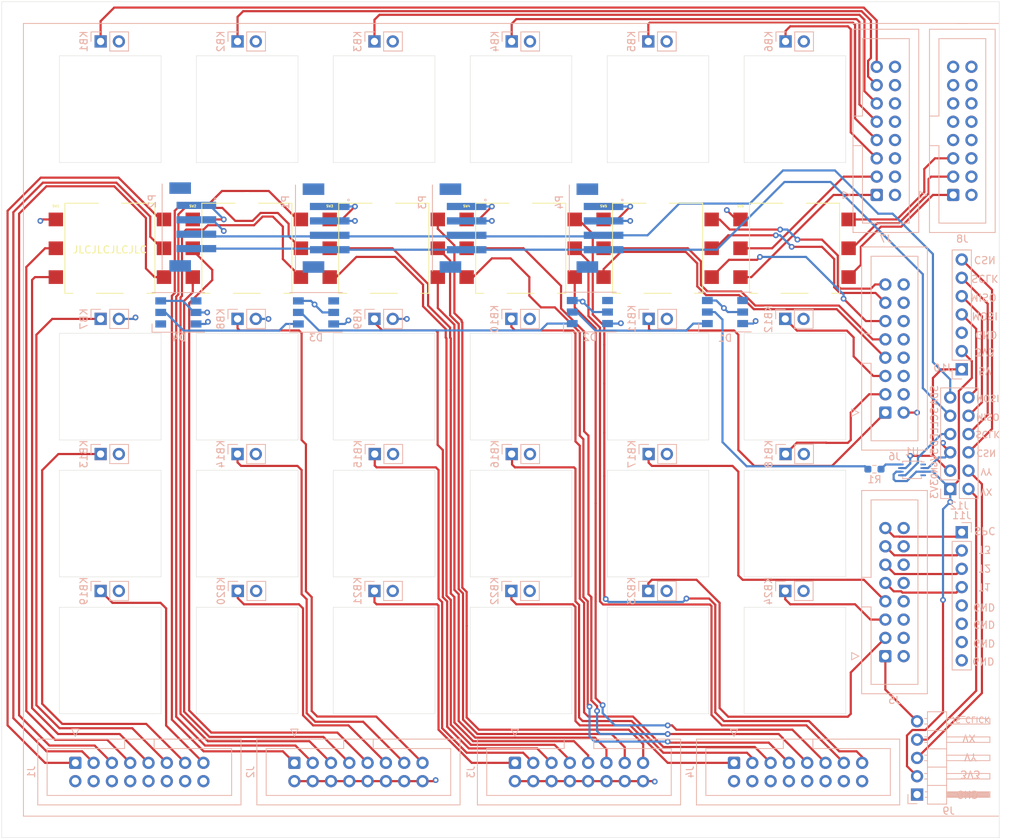
<source format=kicad_pcb>
(kicad_pcb (version 20171130) (host pcbnew "(5.1.10)-1")
  (layers (0 F.Cu signal) (1 In1.Cu power) (2 In2.Cu power) (31 B.Cu signal) (34 B.Paste user) (35 F.Paste user) (36 B.SilkS user) (37 F.SilkS user) (38 B.Mask user) (39 F.Mask user) (44 Edge.Cuts user))
  (net 0 "")
  (net 1 "Net-(D1-Pad1)")
  (net 2 LED_DATA_SHIFTED)
  (net 3 +5V)
  (net 4 GND)
  (net 5 "Net-(D2-Pad1)")
  (net 6 "Net-(D3-Pad1)")
  (net 7 ESC)
  (net 8 F1)
  (net 9 F2)
  (net 10 F3)
  (net 11 F4)
  (net 12 F5)
  (net 13 TAB)
  (net 14 Q)
  (net 15 W)
  (net 16 E)
  (net 17 R)
  (net 18 T)
  (net 19 SHIFT)
  (net 20 A)
  (net 21 S)
  (net 22 D)
  (net 23 F)
  (net 24 G)
  (net 25 CTRL)
  (net 26 Z)
  (net 27 X)
  (net 28 C)
  (net 29 V)
  (net 30 B)
  (net 31 JOYSTICK_CLICK)
  (net 32 SPACE)
  (net 33 THUMB3)
  (net 34 THUMB2)
  (net 35 THUMB1)
  (net 36 +3V3)
  (net 37 VRX)
  (net 38 VRY)
  (net 39 SPI_MOSI)
  (net 40 SPI_MISO)
  (net 41 SPI_SCLK)
  (net 42 SPI_CSN)
  (net 43 LED_DATA_IN)
  (net 44 I2C_SDA)
  (net 45 I2C_SCL)
  (net 46 "Net-(R1-Pad2)")
  (net 47 SW2_RIGHT)
  (net 48 SW2_UP)
  (net 49 SW2_LEFT)
  (net 50 SW1_CLICK)
  (net 51 SW1_DOWN)
  (net 52 SW1_RIGHT)
  (net 53 SW1_UP)
  (net 54 SW1_LEFT)
  (net 55 SW4_LEFT)
  (net 56 SW3_CLICK)
  (net 57 SW3_DOWN)
  (net 58 SW3_RIGHT)
  (net 59 SW3_UP)
  (net 60 SW3_LEFT)
  (net 61 SW2_CLICK)
  (net 62 SW2_DOWN)
  (net 63 SW4_UP)
  (net 64 SW4_RIGHT)
  (net 65 SW4_DOWN)
  (net 66 SW4_CLICK)
  (net 67 SW5_LEFT)
  (net 68 SW5_UP)
  (net 69 SW5_RIGHT)
  (net 70 SW5_DOWN)
  (net 71 SW6_CLICK)
  (net 72 SW6_DOWN)
  (net 73 SW6_RIGHT)
  (net 74 SW6_UP)
  (net 75 SW6_LEFT)
  (net 76 SW5_CLICK)
  (module Connector_IDC:IDC-Header_2x08_P2.54mm_Vertical (layer B.Cu) (at 154.6 85)
    (fp_text reference J6 (at 1.27 6.1) (layer B.SilkS) (effects (justify mirror)))
    (fp_text value Conn_02x08_Odd_Even)
    (pad 1 thru_hole roundrect (at 0 0) (size 1.7 1.7) (drill 1) (layers *.Cu *.Mask) (roundrect_rratio 0.1470588235294118) (net 17 R))
    (pad 3 thru_hole circle (at 0 -2.54) (size 1.7 1.7) (drill 1) (layers *.Cu *.Mask) (net 24 G))
    (pad 5 thru_hole circle (at 0 -5.08) (size 1.7 1.7) (drill 1) (layers *.Cu *.Mask) (net 18 T))
    (pad 7 thru_hole circle (at 0 -7.62) (size 1.7 1.7) (drill 1) (layers *.Cu *.Mask) (net 76 SW5_CLICK))
    (pad 9 thru_hole circle (at 0 -10.16) (size 1.7 1.7) (drill 1) (layers *.Cu *.Mask) (net 67 SW5_LEFT))
    (pad 11 thru_hole circle (at 0 -12.7) (size 1.7 1.7) (drill 1) (layers *.Cu *.Mask) (net 70 SW5_DOWN))
    (pad 13 thru_hole circle (at 0 -15.24) (size 1.7 1.7) (drill 1) (layers *.Cu *.Mask) (net 69 SW5_RIGHT))
    (pad 15 thru_hole circle (at 0 -17.78) (size 1.7 1.7) (drill 1) (layers *.Cu *.Mask) (net 68 SW5_UP))
    (pad 2 thru_hole circle (at 2.54 0) (size 1.7 1.7) (drill 1) (layers *.Cu *.Mask) (net 4 GND))
    (pad 4 thru_hole circle (at 2.54 -2.54) (size 1.7 1.7) (drill 1) (layers *.Cu *.Mask) (net 4 GND))
    (pad 6 thru_hole circle (at 2.54 -5.08) (size 1.7 1.7) (drill 1) (layers *.Cu *.Mask) (net 4 GND))
    (pad 8 thru_hole circle (at 2.54 -7.62) (size 1.7 1.7) (drill 1) (layers *.Cu *.Mask) (net 4 GND))
    (pad 10 thru_hole circle (at 2.54 -10.16) (size 1.7 1.7) (drill 1) (layers *.Cu *.Mask) (net 4 GND))
    (pad 12 thru_hole circle (at 2.54 -12.7) (size 1.7 1.7) (drill 1) (layers *.Cu *.Mask) (net 4 GND))
    (pad 14 thru_hole circle (at 2.54 -15.24) (size 1.7 1.7) (drill 1) (layers *.Cu *.Mask) (net 4 GND))
    (pad 16 thru_hole circle (at 2.54 -17.78) (size 1.7 1.7) (drill 1) (layers *.Cu *.Mask) (net 4 GND))
  )
  (module JS5208:JS5208_PKG (layer F.Cu) (at 142 62.2)
    (fp_text reference SW6 (at -7.5 -5.85) (layer F.SilkS) (effects (font (size 0.314961 0.314961))))
    (fp_text value JS5208)
    (pad 4 smd rect (at 7.5 -4) (size 2 1.9) (layers F.Cu F.Paste F.Mask) (net 74 SW6_UP))
    (pad 5 smd rect (at 7.5 0) (size 2 1.9) (layers F.Cu F.Paste F.Mask) (net 73 SW6_RIGHT))
    (pad 6 smd rect (at 7.5 4) (size 2 1.9) (layers F.Cu F.Paste F.Mask) (net 72 SW6_DOWN))
    (pad 1 smd rect (at -7.5 -4) (size 2 1.9) (layers F.Cu F.Paste F.Mask) (net 4 GND))
    (pad 2 smd rect (at -7.5 0) (size 2 1.9) (layers F.Cu F.Paste F.Mask) (net 75 SW6_LEFT))
    (pad 3 smd rect (at -7.5 4) (size 2 1.9) (layers F.Cu F.Paste F.Mask) (net 71 SW6_CLICK))
    (pad None np_thru_hole circle (at -3.5 6) (size 3.2 3.2) (drill 3.2) (layers *.Cu *.Mask))
    (pad None np_thru_hole circle (at 3.5 6) (size 3.2 3.2) (drill 3.2) (layers *.Cu *.Mask))
    (pad None np_thru_hole circle (at 0 -6) (size 3.2 3.2) (drill 3.2) (layers *.Cu *.Mask))
    (pad None np_thru_hole circle (at -3 3) (size 2 2) (drill 2) (layers *.Cu *.Mask))
    (pad None np_thru_hole circle (at 3 -3) (size 2 2) (drill 2) (layers *.Cu *.Mask))
  )
  (module LED_SMD:LED_WS2812_PLCC6_5.0x5.0mm_P1.6mm (layer B.Cu) (at 132.35 71.05)
    (fp_text reference D1 (at 0 3.6 180) (layer B.SilkS) (effects (justify mirror)))
    (fp_text value Inolux_IN-PI556FCH)
    (pad 1 smd rect (at -2.45 1.6) (size 1.5 1) (layers B.Cu B.Paste B.Mask) (net 1 "Net-(D1-Pad1)"))
    (pad 2 smd rect (at -2.45 0) (size 1.5 1) (layers B.Cu B.Paste B.Mask) (net 2 LED_DATA_SHIFTED))
    (pad 3 smd rect (at -2.45 -1.6) (size 1.5 1) (layers B.Cu B.Paste B.Mask) (net 3 +5V))
    (pad 6 smd rect (at 2.45 1.6) (size 1.5 1) (layers B.Cu B.Paste B.Mask) (net 4 GND))
    (pad 5 smd rect (at 2.45 0) (size 1.5 1) (layers B.Cu B.Paste B.Mask) (net 3 +5V))
    (pad 4 smd rect (at 2.45 -1.6) (size 1.5 1) (layers B.Cu B.Paste B.Mask))
  )
  (module LED_SMD:LED_WS2812_PLCC6_5.0x5.0mm_P1.6mm (layer B.Cu) (at 113.6 71.05)
    (fp_text reference D2 (at 0 3.5 180) (layer B.SilkS) (effects (justify mirror)))
    (fp_text value Inolux_IN-PI556FCH)
    (pad 4 smd rect (at 2.45 -1.6) (size 1.5 1) (layers B.Cu B.Paste B.Mask))
    (pad 5 smd rect (at 2.45 0) (size 1.5 1) (layers B.Cu B.Paste B.Mask) (net 3 +5V))
    (pad 6 smd rect (at 2.45 1.6) (size 1.5 1) (layers B.Cu B.Paste B.Mask) (net 4 GND))
    (pad 3 smd rect (at -2.45 -1.6) (size 1.5 1) (layers B.Cu B.Paste B.Mask) (net 3 +5V))
    (pad 2 smd rect (at -2.45 0) (size 1.5 1) (layers B.Cu B.Paste B.Mask) (net 1 "Net-(D1-Pad1)"))
    (pad 1 smd rect (at -2.45 1.6) (size 1.5 1) (layers B.Cu B.Paste B.Mask) (net 5 "Net-(D2-Pad1)"))
  )
  (module LED_SMD:LED_WS2812_PLCC6_5.0x5.0mm_P1.6mm (layer B.Cu) (at 75.6 71.1)
    (fp_text reference D3 (at 0 3.5) (layer B.SilkS) (effects (justify mirror)))
    (fp_text value Inolux_IN-PI556FCH)
    (pad 1 smd rect (at -2.45 1.6) (size 1.5 1) (layers B.Cu B.Paste B.Mask) (net 6 "Net-(D3-Pad1)"))
    (pad 2 smd rect (at -2.45 0) (size 1.5 1) (layers B.Cu B.Paste B.Mask) (net 5 "Net-(D2-Pad1)"))
    (pad 3 smd rect (at -2.45 -1.6) (size 1.5 1) (layers B.Cu B.Paste B.Mask) (net 3 +5V))
    (pad 6 smd rect (at 2.45 1.6) (size 1.5 1) (layers B.Cu B.Paste B.Mask) (net 4 GND))
    (pad 5 smd rect (at 2.45 0) (size 1.5 1) (layers B.Cu B.Paste B.Mask) (net 3 +5V))
    (pad 4 smd rect (at 2.45 -1.6) (size 1.5 1) (layers B.Cu B.Paste B.Mask))
  )
  (module LED_SMD:LED_WS2812_PLCC6_5.0x5.0mm_P1.6mm (layer B.Cu) (at 56.5 71.1)
    (fp_text reference D4 (at 0.1 3.5) (layer B.SilkS) (effects (justify mirror)))
    (fp_text value Inolux_IN-PI556FCH)
    (pad 4 smd rect (at 2.45 -1.6) (size 1.5 1) (layers B.Cu B.Paste B.Mask))
    (pad 5 smd rect (at 2.45 0) (size 1.5 1) (layers B.Cu B.Paste B.Mask) (net 3 +5V))
    (pad 6 smd rect (at 2.45 1.6) (size 1.5 1) (layers B.Cu B.Paste B.Mask) (net 4 GND))
    (pad 3 smd rect (at -2.45 -1.6) (size 1.5 1) (layers B.Cu B.Paste B.Mask) (net 3 +5V))
    (pad 2 smd rect (at -2.45 0) (size 1.5 1) (layers B.Cu B.Paste B.Mask) (net 6 "Net-(D3-Pad1)"))
    (pad 1 smd rect (at -2.45 1.6) (size 1.5 1) (layers B.Cu B.Paste B.Mask))
  )
  (module Connector_IDC:IDC-Header_2x08_P2.54mm_Vertical (layer B.Cu) (at 42.2 133.6 270)
    (fp_text reference J1 (at 1.27 6.1 270) (layer B.SilkS) (effects (justify mirror)))
    (fp_text value Conn_02x08_Odd_Even)
    (pad 1 thru_hole roundrect (at 0 0 270) (size 1.7 1.7) (drill 1) (layers *.Cu *.Mask) (roundrect_rratio 0.1470588235294118) (net 53 SW1_UP))
    (pad 3 thru_hole circle (at 0 -2.54 270) (size 1.7 1.7) (drill 1) (layers *.Cu *.Mask) (net 52 SW1_RIGHT))
    (pad 5 thru_hole circle (at 0 -5.08 270) (size 1.7 1.7) (drill 1) (layers *.Cu *.Mask) (net 51 SW1_DOWN))
    (pad 7 thru_hole circle (at 0 -7.62 270) (size 1.7 1.7) (drill 1) (layers *.Cu *.Mask) (net 54 SW1_LEFT))
    (pad 9 thru_hole circle (at 0 -10.16 270) (size 1.7 1.7) (drill 1) (layers *.Cu *.Mask) (net 50 SW1_CLICK))
    (pad 11 thru_hole circle (at 0 -12.7 270) (size 1.7 1.7) (drill 1) (layers *.Cu *.Mask) (net 13 TAB))
    (pad 13 thru_hole circle (at 0 -15.24 270) (size 1.7 1.7) (drill 1) (layers *.Cu *.Mask) (net 19 SHIFT))
    (pad 15 thru_hole circle (at 0 -17.78 270) (size 1.7 1.7) (drill 1) (layers *.Cu *.Mask) (net 25 CTRL))
    (pad 2 thru_hole circle (at 2.54 0 270) (size 1.7 1.7) (drill 1) (layers *.Cu *.Mask) (net 4 GND))
    (pad 4 thru_hole circle (at 2.54 -2.54 270) (size 1.7 1.7) (drill 1) (layers *.Cu *.Mask) (net 4 GND))
    (pad 6 thru_hole circle (at 2.54 -5.08 270) (size 1.7 1.7) (drill 1) (layers *.Cu *.Mask) (net 4 GND))
    (pad 8 thru_hole circle (at 2.54 -7.62 270) (size 1.7 1.7) (drill 1) (layers *.Cu *.Mask) (net 4 GND))
    (pad 10 thru_hole circle (at 2.54 -10.16 270) (size 1.7 1.7) (drill 1) (layers *.Cu *.Mask) (net 4 GND))
    (pad 12 thru_hole circle (at 2.54 -12.7 270) (size 1.7 1.7) (drill 1) (layers *.Cu *.Mask) (net 4 GND))
    (pad 14 thru_hole circle (at 2.54 -15.24 270) (size 1.7 1.7) (drill 1) (layers *.Cu *.Mask) (net 4 GND))
    (pad 16 thru_hole circle (at 2.54 -17.78 270) (size 1.7 1.7) (drill 1) (layers *.Cu *.Mask) (net 4 GND))
  )
  (module Connector_IDC:IDC-Header_2x08_P2.54mm_Vertical (layer B.Cu) (at 72.6 133.6 270)
    (fp_text reference J2 (at 1.27 6.1 270) (layer B.SilkS) (effects (justify mirror)))
    (fp_text value Conn_02x08_Odd_Even)
    (pad 1 thru_hole roundrect (at 0 0 270) (size 1.7 1.7) (drill 1) (layers *.Cu *.Mask) (roundrect_rratio 0.1470588235294118) (net 48 SW2_UP))
    (pad 3 thru_hole circle (at 0 -2.54 270) (size 1.7 1.7) (drill 1) (layers *.Cu *.Mask) (net 47 SW2_RIGHT))
    (pad 5 thru_hole circle (at 0 -5.08 270) (size 1.7 1.7) (drill 1) (layers *.Cu *.Mask) (net 62 SW2_DOWN))
    (pad 7 thru_hole circle (at 0 -7.62 270) (size 1.7 1.7) (drill 1) (layers *.Cu *.Mask) (net 61 SW2_CLICK))
    (pad 9 thru_hole circle (at 0 -10.16 270) (size 1.7 1.7) (drill 1) (layers *.Cu *.Mask) (net 49 SW2_LEFT))
    (pad 11 thru_hole circle (at 0 -12.7 270) (size 1.7 1.7) (drill 1) (layers *.Cu *.Mask) (net 26 Z))
    (pad 13 thru_hole circle (at 0 -15.24 270) (size 1.7 1.7) (drill 1) (layers *.Cu *.Mask) (net 20 A))
    (pad 15 thru_hole circle (at 0 -17.78 270) (size 1.7 1.7) (drill 1) (layers *.Cu *.Mask) (net 14 Q))
    (pad 2 thru_hole circle (at 2.54 0 270) (size 1.7 1.7) (drill 1) (layers *.Cu *.Mask) (net 4 GND))
    (pad 4 thru_hole circle (at 2.54 -2.54 270) (size 1.7 1.7) (drill 1) (layers *.Cu *.Mask) (net 4 GND))
    (pad 6 thru_hole circle (at 2.54 -5.08 270) (size 1.7 1.7) (drill 1) (layers *.Cu *.Mask) (net 4 GND))
    (pad 8 thru_hole circle (at 2.54 -7.62 270) (size 1.7 1.7) (drill 1) (layers *.Cu *.Mask) (net 4 GND))
    (pad 10 thru_hole circle (at 2.54 -10.16 270) (size 1.7 1.7) (drill 1) (layers *.Cu *.Mask) (net 4 GND))
    (pad 12 thru_hole circle (at 2.54 -12.7 270) (size 1.7 1.7) (drill 1) (layers *.Cu *.Mask) (net 4 GND))
    (pad 14 thru_hole circle (at 2.54 -15.24 270) (size 1.7 1.7) (drill 1) (layers *.Cu *.Mask) (net 4 GND))
    (pad 16 thru_hole circle (at 2.54 -17.78 270) (size 1.7 1.7) (drill 1) (layers *.Cu *.Mask) (net 4 GND))
  )
  (module Connector_IDC:IDC-Header_2x08_P2.54mm_Vertical (layer B.Cu) (at 103.2 133.6 270)
    (fp_text reference J3 (at 1.27 6.1 270) (layer B.SilkS) (effects (justify mirror)))
    (fp_text value Conn_02x08_Odd_Even)
    (pad 1 thru_hole roundrect (at 0 0 270) (size 1.7 1.7) (drill 1) (layers *.Cu *.Mask) (roundrect_rratio 0.1470588235294118) (net 27 X))
    (pad 3 thru_hole circle (at 0 -2.54 270) (size 1.7 1.7) (drill 1) (layers *.Cu *.Mask) (net 21 S))
    (pad 5 thru_hole circle (at 0 -5.08 270) (size 1.7 1.7) (drill 1) (layers *.Cu *.Mask) (net 15 W))
    (pad 7 thru_hole circle (at 0 -7.62 270) (size 1.7 1.7) (drill 1) (layers *.Cu *.Mask) (net 56 SW3_CLICK))
    (pad 9 thru_hole circle (at 0 -10.16 270) (size 1.7 1.7) (drill 1) (layers *.Cu *.Mask) (net 60 SW3_LEFT))
    (pad 11 thru_hole circle (at 0 -12.7 270) (size 1.7 1.7) (drill 1) (layers *.Cu *.Mask) (net 57 SW3_DOWN))
    (pad 13 thru_hole circle (at 0 -15.24 270) (size 1.7 1.7) (drill 1) (layers *.Cu *.Mask) (net 58 SW3_RIGHT))
    (pad 15 thru_hole circle (at 0 -17.78 270) (size 1.7 1.7) (drill 1) (layers *.Cu *.Mask) (net 59 SW3_UP))
    (pad 2 thru_hole circle (at 2.54 0 270) (size 1.7 1.7) (drill 1) (layers *.Cu *.Mask) (net 4 GND))
    (pad 4 thru_hole circle (at 2.54 -2.54 270) (size 1.7 1.7) (drill 1) (layers *.Cu *.Mask) (net 4 GND))
    (pad 6 thru_hole circle (at 2.54 -5.08 270) (size 1.7 1.7) (drill 1) (layers *.Cu *.Mask) (net 4 GND))
    (pad 8 thru_hole circle (at 2.54 -7.62 270) (size 1.7 1.7) (drill 1) (layers *.Cu *.Mask) (net 4 GND))
    (pad 10 thru_hole circle (at 2.54 -10.16 270) (size 1.7 1.7) (drill 1) (layers *.Cu *.Mask) (net 4 GND))
    (pad 12 thru_hole circle (at 2.54 -12.7 270) (size 1.7 1.7) (drill 1) (layers *.Cu *.Mask) (net 4 GND))
    (pad 14 thru_hole circle (at 2.54 -15.24 270) (size 1.7 1.7) (drill 1) (layers *.Cu *.Mask) (net 4 GND))
    (pad 16 thru_hole circle (at 2.54 -17.78 270) (size 1.7 1.7) (drill 1) (layers *.Cu *.Mask) (net 4 GND))
  )
  (module Connector_IDC:IDC-Header_2x08_P2.54mm_Vertical (layer B.Cu) (at 133.6 133.6 270)
    (fp_text reference J4 (at 1.27 6.1 90) (layer B.SilkS) (effects (justify mirror)))
    (fp_text value Conn_02x08_Odd_Even)
    (pad 16 thru_hole circle (at 2.54 -17.78 270) (size 1.7 1.7) (drill 1) (layers *.Cu *.Mask) (net 4 GND))
    (pad 14 thru_hole circle (at 2.54 -15.24 270) (size 1.7 1.7) (drill 1) (layers *.Cu *.Mask) (net 4 GND))
    (pad 12 thru_hole circle (at 2.54 -12.7 270) (size 1.7 1.7) (drill 1) (layers *.Cu *.Mask) (net 4 GND))
    (pad 10 thru_hole circle (at 2.54 -10.16 270) (size 1.7 1.7) (drill 1) (layers *.Cu *.Mask) (net 4 GND))
    (pad 8 thru_hole circle (at 2.54 -7.62 270) (size 1.7 1.7) (drill 1) (layers *.Cu *.Mask) (net 4 GND))
    (pad 6 thru_hole circle (at 2.54 -5.08 270) (size 1.7 1.7) (drill 1) (layers *.Cu *.Mask) (net 4 GND))
    (pad 4 thru_hole circle (at 2.54 -2.54 270) (size 1.7 1.7) (drill 1) (layers *.Cu *.Mask) (net 4 GND))
    (pad 2 thru_hole circle (at 2.54 0 270) (size 1.7 1.7) (drill 1) (layers *.Cu *.Mask) (net 4 GND))
    (pad 15 thru_hole circle (at 0 -17.78 270) (size 1.7 1.7) (drill 1) (layers *.Cu *.Mask) (net 63 SW4_UP))
    (pad 13 thru_hole circle (at 0 -15.24 270) (size 1.7 1.7) (drill 1) (layers *.Cu *.Mask) (net 64 SW4_RIGHT))
    (pad 11 thru_hole circle (at 0 -12.7 270) (size 1.7 1.7) (drill 1) (layers *.Cu *.Mask) (net 65 SW4_DOWN))
    (pad 9 thru_hole circle (at 0 -10.16 270) (size 1.7 1.7) (drill 1) (layers *.Cu *.Mask) (net 55 SW4_LEFT))
    (pad 7 thru_hole circle (at 0 -7.62 270) (size 1.7 1.7) (drill 1) (layers *.Cu *.Mask) (net 66 SW4_CLICK))
    (pad 5 thru_hole circle (at 0 -5.08 270) (size 1.7 1.7) (drill 1) (layers *.Cu *.Mask) (net 16 E))
    (pad 3 thru_hole circle (at 0 -2.54 270) (size 1.7 1.7) (drill 1) (layers *.Cu *.Mask) (net 22 D))
    (pad 1 thru_hole roundrect (at 0 0 270) (size 1.7 1.7) (drill 1) (layers *.Cu *.Mask) (roundrect_rratio 0.1470588235294118) (net 28 C))
  )
  (module Connector_IDC:IDC-Header_2x08_P2.54mm_Vertical (layer B.Cu) (at 154.6 118.8)
    (fp_text reference J5 (at 1.27 6.1) (layer B.SilkS) (effects (justify mirror)))
    (fp_text value Conn_02x08_Odd_Even)
    (pad 16 thru_hole circle (at 2.54 -17.78) (size 1.7 1.7) (drill 1) (layers *.Cu *.Mask) (net 4 GND))
    (pad 14 thru_hole circle (at 2.54 -15.24) (size 1.7 1.7) (drill 1) (layers *.Cu *.Mask) (net 4 GND))
    (pad 12 thru_hole circle (at 2.54 -12.7) (size 1.7 1.7) (drill 1) (layers *.Cu *.Mask) (net 4 GND))
    (pad 10 thru_hole circle (at 2.54 -10.16) (size 1.7 1.7) (drill 1) (layers *.Cu *.Mask) (net 4 GND))
    (pad 8 thru_hole circle (at 2.54 -7.62) (size 1.7 1.7) (drill 1) (layers *.Cu *.Mask) (net 4 GND))
    (pad 6 thru_hole circle (at 2.54 -5.08) (size 1.7 1.7) (drill 1) (layers *.Cu *.Mask) (net 4 GND))
    (pad 4 thru_hole circle (at 2.54 -2.54) (size 1.7 1.7) (drill 1) (layers *.Cu *.Mask) (net 4 GND))
    (pad 2 thru_hole circle (at 2.54 0) (size 1.7 1.7) (drill 1) (layers *.Cu *.Mask) (net 4 GND))
    (pad 15 thru_hole circle (at 0 -17.78) (size 1.7 1.7) (drill 1) (layers *.Cu *.Mask) (net 32 SPACE))
    (pad 13 thru_hole circle (at 0 -15.24) (size 1.7 1.7) (drill 1) (layers *.Cu *.Mask) (net 33 THUMB3))
    (pad 11 thru_hole circle (at 0 -12.7) (size 1.7 1.7) (drill 1) (layers *.Cu *.Mask) (net 34 THUMB2))
    (pad 9 thru_hole circle (at 0 -10.16) (size 1.7 1.7) (drill 1) (layers *.Cu *.Mask) (net 35 THUMB1))
    (pad 7 thru_hole circle (at 0 -7.62) (size 1.7 1.7) (drill 1) (layers *.Cu *.Mask) (net 23 F))
    (pad 5 thru_hole circle (at 0 -5.08) (size 1.7 1.7) (drill 1) (layers *.Cu *.Mask) (net 30 B))
    (pad 3 thru_hole circle (at 0 -2.54) (size 1.7 1.7) (drill 1) (layers *.Cu *.Mask) (net 29 V))
    (pad 1 thru_hole roundrect (at 0 0) (size 1.7 1.7) (drill 1) (layers *.Cu *.Mask) (roundrect_rratio 0.1470588235294118) (net 31 JOYSTICK_CLICK))
  )
  (module Connector_IDC:IDC-Header_2x08_P2.54mm_Vertical (layer B.Cu) (at 153.4 54.8)
    (fp_text reference J7 (at 1.27 6.1) (layer B.SilkS) (effects (justify mirror)))
    (fp_text value Conn_02x08_Odd_Even)
    (pad 16 thru_hole circle (at 2.54 -17.78) (size 1.7 1.7) (drill 1) (layers *.Cu *.Mask) (net 4 GND))
    (pad 14 thru_hole circle (at 2.54 -15.24) (size 1.7 1.7) (drill 1) (layers *.Cu *.Mask) (net 4 GND))
    (pad 12 thru_hole circle (at 2.54 -12.7) (size 1.7 1.7) (drill 1) (layers *.Cu *.Mask) (net 4 GND))
    (pad 10 thru_hole circle (at 2.54 -10.16) (size 1.7 1.7) (drill 1) (layers *.Cu *.Mask) (net 4 GND))
    (pad 8 thru_hole circle (at 2.54 -7.62) (size 1.7 1.7) (drill 1) (layers *.Cu *.Mask) (net 4 GND))
    (pad 6 thru_hole circle (at 2.54 -5.08) (size 1.7 1.7) (drill 1) (layers *.Cu *.Mask) (net 4 GND))
    (pad 4 thru_hole circle (at 2.54 -2.54) (size 1.7 1.7) (drill 1) (layers *.Cu *.Mask) (net 4 GND))
    (pad 2 thru_hole circle (at 2.54 0) (size 1.7 1.7) (drill 1) (layers *.Cu *.Mask) (net 4 GND))
    (pad 15 thru_hole circle (at 0 -17.78) (size 1.7 1.7) (drill 1) (layers *.Cu *.Mask) (net 7 ESC))
    (pad 13 thru_hole circle (at 0 -15.24) (size 1.7 1.7) (drill 1) (layers *.Cu *.Mask) (net 8 F1))
    (pad 11 thru_hole circle (at 0 -12.7) (size 1.7 1.7) (drill 1) (layers *.Cu *.Mask) (net 9 F2))
    (pad 9 thru_hole circle (at 0 -10.16) (size 1.7 1.7) (drill 1) (layers *.Cu *.Mask) (net 10 F3))
    (pad 7 thru_hole circle (at 0 -7.62) (size 1.7 1.7) (drill 1) (layers *.Cu *.Mask) (net 11 F4))
    (pad 5 thru_hole circle (at 0 -5.08) (size 1.7 1.7) (drill 1) (layers *.Cu *.Mask) (net 12 F5))
    (pad 3 thru_hole circle (at 0 -2.54) (size 1.7 1.7) (drill 1) (layers *.Cu *.Mask) (net 75 SW6_LEFT))
    (pad 1 thru_hole roundrect (at 0 0) (size 1.7 1.7) (drill 1) (layers *.Cu *.Mask) (roundrect_rratio 0.1470588235294118) (net 71 SW6_CLICK))
  )
  (module Connector_IDC:IDC-Header_2x08_P2.54mm_Vertical (layer B.Cu) (at 164.01 54.8)
    (fp_text reference J8 (at 1.27 6.1) (layer B.SilkS) (effects (justify mirror)))
    (fp_text value Conn_02x08_Odd_Even)
    (pad 16 thru_hole circle (at 2.54 -17.78) (size 1.7 1.7) (drill 1) (layers *.Cu *.Mask) (net 4 GND))
    (pad 14 thru_hole circle (at 2.54 -15.24) (size 1.7 1.7) (drill 1) (layers *.Cu *.Mask) (net 4 GND))
    (pad 12 thru_hole circle (at 2.54 -12.7) (size 1.7 1.7) (drill 1) (layers *.Cu *.Mask) (net 4 GND))
    (pad 10 thru_hole circle (at 2.54 -10.16) (size 1.7 1.7) (drill 1) (layers *.Cu *.Mask) (net 4 GND))
    (pad 8 thru_hole circle (at 2.54 -7.62) (size 1.7 1.7) (drill 1) (layers *.Cu *.Mask) (net 4 GND))
    (pad 6 thru_hole circle (at 2.54 -5.08) (size 1.7 1.7) (drill 1) (layers *.Cu *.Mask) (net 4 GND))
    (pad 4 thru_hole circle (at 2.54 -2.54) (size 1.7 1.7) (drill 1) (layers *.Cu *.Mask) (net 4 GND))
    (pad 2 thru_hole circle (at 2.54 0) (size 1.7 1.7) (drill 1) (layers *.Cu *.Mask) (net 4 GND))
    (pad 15 thru_hole circle (at 0 -17.78) (size 1.7 1.7) (drill 1) (layers *.Cu *.Mask))
    (pad 13 thru_hole circle (at 0 -15.24) (size 1.7 1.7) (drill 1) (layers *.Cu *.Mask))
    (pad 11 thru_hole circle (at 0 -12.7) (size 1.7 1.7) (drill 1) (layers *.Cu *.Mask))
    (pad 9 thru_hole circle (at 0 -10.16) (size 1.7 1.7) (drill 1) (layers *.Cu *.Mask))
    (pad 7 thru_hole circle (at 0 -7.62) (size 1.7 1.7) (drill 1) (layers *.Cu *.Mask))
    (pad 5 thru_hole circle (at 0 -5.08) (size 1.7 1.7) (drill 1) (layers *.Cu *.Mask) (net 74 SW6_UP))
    (pad 3 thru_hole circle (at 0 -2.54) (size 1.7 1.7) (drill 1) (layers *.Cu *.Mask) (net 73 SW6_RIGHT))
    (pad 1 thru_hole roundrect (at 0 0) (size 1.7 1.7) (drill 1) (layers *.Cu *.Mask) (roundrect_rratio 0.1470588235294118) (net 72 SW6_DOWN))
  )
  (module Connector_PinHeader_2.54mm:PinHeader_1x05_P2.54mm_Horizontal (layer B.Cu) (at 159 138)
    (fp_text reference J9 (at 4.385 2.27) (layer B.SilkS) (effects (justify mirror)))
    (fp_text value Conn_01x05)
    (pad 1 thru_hole rect (at 0 0) (size 1.7 1.7) (drill 1) (layers *.Cu *.Mask) (net 4 GND))
    (pad 2 thru_hole oval (at 0 -2.54) (size 1.7 1.7) (drill 1) (layers *.Cu *.Mask) (net 36 +3V3))
    (pad 3 thru_hole oval (at 0 -5.08) (size 1.7 1.7) (drill 1) (layers *.Cu *.Mask) (net 38 VRY))
    (pad 4 thru_hole oval (at 0 -7.62) (size 1.7 1.7) (drill 1) (layers *.Cu *.Mask) (net 37 VRX))
    (pad 5 thru_hole oval (at 0 -10.16) (size 1.7 1.7) (drill 1) (layers *.Cu *.Mask) (net 31 JOYSTICK_CLICK))
  )
  (module Connector_PinHeader_2.54mm:PinHeader_1x07_P2.54mm_Vertical (layer B.Cu) (at 165.2 79)
    (fp_text reference J10 (at -2.6 -0.2) (layer B.SilkS) (effects (justify mirror)))
    (fp_text value Conn_01x07)
    (pad 1 thru_hole rect (at 0 0) (size 1.7 1.7) (drill 1) (layers *.Cu *.Mask) (net 3 +5V))
    (pad 2 thru_hole oval (at 0 -2.54) (size 1.7 1.7) (drill 1) (layers *.Cu *.Mask) (net 36 +3V3))
    (pad 3 thru_hole oval (at 0 -5.08) (size 1.7 1.7) (drill 1) (layers *.Cu *.Mask) (net 4 GND))
    (pad 4 thru_hole oval (at 0 -7.62) (size 1.7 1.7) (drill 1) (layers *.Cu *.Mask) (net 39 SPI_MOSI))
    (pad 5 thru_hole oval (at 0 -10.16) (size 1.7 1.7) (drill 1) (layers *.Cu *.Mask) (net 40 SPI_MISO))
    (pad 6 thru_hole oval (at 0 -12.7) (size 1.7 1.7) (drill 1) (layers *.Cu *.Mask) (net 41 SPI_SCLK))
    (pad 7 thru_hole oval (at 0 -15.24) (size 1.7 1.7) (drill 1) (layers *.Cu *.Mask) (net 42 SPI_CSN))
  )
  (module Connector_PinHeader_2.54mm:PinHeader_1x08_P2.54mm_Vertical (layer B.Cu) (at 165.2 101.6 180)
    (fp_text reference J11 (at 0 2.33) (layer B.SilkS) (effects (justify mirror)))
    (fp_text value Conn_01x08)
    (pad 1 thru_hole rect (at 0 0 180) (size 1.7 1.7) (drill 1) (layers *.Cu *.Mask) (net 32 SPACE))
    (pad 2 thru_hole oval (at 0 -2.54 180) (size 1.7 1.7) (drill 1) (layers *.Cu *.Mask) (net 33 THUMB3))
    (pad 3 thru_hole oval (at 0 -5.08 180) (size 1.7 1.7) (drill 1) (layers *.Cu *.Mask) (net 34 THUMB2))
    (pad 4 thru_hole oval (at 0 -7.62 180) (size 1.7 1.7) (drill 1) (layers *.Cu *.Mask) (net 35 THUMB1))
    (pad 5 thru_hole oval (at 0 -10.16 180) (size 1.7 1.7) (drill 1) (layers *.Cu *.Mask) (net 4 GND))
    (pad 6 thru_hole oval (at 0 -12.7 180) (size 1.7 1.7) (drill 1) (layers *.Cu *.Mask) (net 4 GND))
    (pad 7 thru_hole oval (at 0 -15.24 180) (size 1.7 1.7) (drill 1) (layers *.Cu *.Mask) (net 4 GND))
    (pad 8 thru_hole oval (at 0 -17.78 180) (size 1.7 1.7) (drill 1) (layers *.Cu *.Mask) (net 4 GND))
  )
  (module Connector_PinHeader_2.54mm:PinHeader_1x02_P2.54mm_Vertical (layer B.Cu) (at 45.71 33.5 270)
    (fp_text reference KB1 (at 0 2.33 270) (layer B.SilkS) (effects (justify mirror)))
    (fp_text value Conn_01x02)
    (pad 1 thru_hole rect (at 0 0 270) (size 1.7 1.7) (drill 1) (layers *.Cu *.Mask) (net 7 ESC))
    (pad 2 thru_hole oval (at 0 -2.54 270) (size 1.7 1.7) (drill 1) (layers *.Cu *.Mask) (net 4 GND))
  )
  (module Connector_PinHeader_2.54mm:PinHeader_1x02_P2.54mm_Vertical (layer B.Cu) (at 64.71 33.5 270)
    (fp_text reference KB2 (at 0 2.33 270) (layer B.SilkS) (effects (justify mirror)))
    (fp_text value Conn_01x02)
    (pad 2 thru_hole oval (at 0 -2.54 270) (size 1.7 1.7) (drill 1) (layers *.Cu *.Mask) (net 4 GND))
    (pad 1 thru_hole rect (at 0 0 270) (size 1.7 1.7) (drill 1) (layers *.Cu *.Mask) (net 8 F1))
  )
  (module Connector_PinHeader_2.54mm:PinHeader_1x02_P2.54mm_Vertical (layer B.Cu) (at 83.71 33.5 270)
    (fp_text reference KB3 (at 0 2.33 270) (layer B.SilkS) (effects (justify mirror)))
    (fp_text value Conn_01x02)
    (pad 1 thru_hole rect (at 0 0 270) (size 1.7 1.7) (drill 1) (layers *.Cu *.Mask) (net 9 F2))
    (pad 2 thru_hole oval (at 0 -2.54 270) (size 1.7 1.7) (drill 1) (layers *.Cu *.Mask) (net 4 GND))
  )
  (module Connector_PinHeader_2.54mm:PinHeader_1x02_P2.54mm_Vertical (layer B.Cu) (at 102.75 33.5 270)
    (fp_text reference KB4 (at 0 2.33 270) (layer B.SilkS) (effects (justify mirror)))
    (fp_text value Conn_01x02)
    (pad 2 thru_hole oval (at 0 -2.54 270) (size 1.7 1.7) (drill 1) (layers *.Cu *.Mask) (net 4 GND))
    (pad 1 thru_hole rect (at 0 0 270) (size 1.7 1.7) (drill 1) (layers *.Cu *.Mask) (net 10 F3))
  )
  (module Connector_PinHeader_2.54mm:PinHeader_1x02_P2.54mm_Vertical (layer B.Cu) (at 121.71 33.5 270)
    (fp_text reference KB5 (at 0 2.33 270) (layer B.SilkS) (effects (justify mirror)))
    (fp_text value Conn_01x02)
    (pad 1 thru_hole rect (at 0 0 270) (size 1.7 1.7) (drill 1) (layers *.Cu *.Mask) (net 11 F4))
    (pad 2 thru_hole oval (at 0 -2.54 270) (size 1.7 1.7) (drill 1) (layers *.Cu *.Mask) (net 4 GND))
  )
  (module Connector_PinHeader_2.54mm:PinHeader_1x02_P2.54mm_Vertical (layer B.Cu) (at 140.75 33.5 270)
    (fp_text reference KB6 (at 0 2.33 270) (layer B.SilkS) (effects (justify mirror)))
    (fp_text value Conn_01x02)
    (pad 2 thru_hole oval (at 0 -2.54 270) (size 1.7 1.7) (drill 1) (layers *.Cu *.Mask) (net 4 GND))
    (pad 1 thru_hole rect (at 0 0 270) (size 1.7 1.7) (drill 1) (layers *.Cu *.Mask) (net 12 F5))
  )
  (module Connector_PinHeader_2.54mm:PinHeader_1x02_P2.54mm_Vertical (layer B.Cu) (at 45.71 72 270)
    (fp_text reference KB7 (at 0 2.33 270) (layer B.SilkS) (effects (justify mirror)))
    (fp_text value Conn_01x02)
    (pad 1 thru_hole rect (at 0 0 270) (size 1.7 1.7) (drill 1) (layers *.Cu *.Mask) (net 13 TAB))
    (pad 2 thru_hole oval (at 0 -2.54 270) (size 1.7 1.7) (drill 1) (layers *.Cu *.Mask) (net 4 GND))
  )
  (module Connector_PinHeader_2.54mm:PinHeader_1x02_P2.54mm_Vertical (layer B.Cu) (at 64.71 72 270)
    (fp_text reference KB8 (at 0 2.33 270) (layer B.SilkS) (effects (justify mirror)))
    (fp_text value Conn_01x02)
    (pad 2 thru_hole oval (at 0 -2.54 270) (size 1.7 1.7) (drill 1) (layers *.Cu *.Mask) (net 4 GND))
    (pad 1 thru_hole rect (at 0 0 270) (size 1.7 1.7) (drill 1) (layers *.Cu *.Mask) (net 14 Q))
  )
  (module Connector_PinHeader_2.54mm:PinHeader_1x02_P2.54mm_Vertical (layer B.Cu) (at 83.71 72 270)
    (fp_text reference KB9 (at 0 2.33 270) (layer B.SilkS) (effects (justify mirror)))
    (fp_text value Conn_01x02)
    (pad 2 thru_hole oval (at 0 -2.54 270) (size 1.7 1.7) (drill 1) (layers *.Cu *.Mask) (net 4 GND))
    (pad 1 thru_hole rect (at 0 0 270) (size 1.7 1.7) (drill 1) (layers *.Cu *.Mask) (net 15 W))
  )
  (module Connector_PinHeader_2.54mm:PinHeader_1x02_P2.54mm_Vertical (layer B.Cu) (at 102.71 72 270)
    (fp_text reference KB10 (at 0 2.33 270) (layer B.SilkS) (effects (justify mirror)))
    (fp_text value Conn_01x02)
    (pad 1 thru_hole rect (at 0 0 270) (size 1.7 1.7) (drill 1) (layers *.Cu *.Mask) (net 16 E))
    (pad 2 thru_hole oval (at 0 -2.54 270) (size 1.7 1.7) (drill 1) (layers *.Cu *.Mask) (net 4 GND))
  )
  (module Connector_PinHeader_2.54mm:PinHeader_1x02_P2.54mm_Vertical (layer B.Cu) (at 121.75 72 270)
    (fp_text reference KB11 (at 0 2.33 270) (layer B.SilkS) (effects (justify mirror)))
    (fp_text value Conn_01x02)
    (pad 2 thru_hole oval (at 0 -2.54 270) (size 1.7 1.7) (drill 1) (layers *.Cu *.Mask) (net 4 GND))
    (pad 1 thru_hole rect (at 0 0 270) (size 1.7 1.7) (drill 1) (layers *.Cu *.Mask) (net 17 R))
  )
  (module Connector_PinHeader_2.54mm:PinHeader_1x02_P2.54mm_Vertical (layer B.Cu) (at 140.71 72 270)
    (fp_text reference KB12 (at 0 2.33 270) (layer B.SilkS) (effects (justify mirror)))
    (fp_text value Conn_01x02)
    (pad 1 thru_hole rect (at 0 0 270) (size 1.7 1.7) (drill 1) (layers *.Cu *.Mask) (net 18 T))
    (pad 2 thru_hole oval (at 0 -2.54 270) (size 1.7 1.7) (drill 1) (layers *.Cu *.Mask) (net 4 GND))
  )
  (module Connector_PinHeader_2.54mm:PinHeader_1x02_P2.54mm_Vertical (layer B.Cu) (at 45.71 90.75 270)
    (fp_text reference KB13 (at 0 2.33 270) (layer B.SilkS) (effects (justify mirror)))
    (fp_text value Conn_01x02)
    (pad 1 thru_hole rect (at 0 0 270) (size 1.7 1.7) (drill 1) (layers *.Cu *.Mask) (net 19 SHIFT))
    (pad 2 thru_hole oval (at 0 -2.54 270) (size 1.7 1.7) (drill 1) (layers *.Cu *.Mask) (net 4 GND))
  )
  (module Connector_PinHeader_2.54mm:PinHeader_1x02_P2.54mm_Vertical (layer B.Cu) (at 64.71 90.75 270)
    (fp_text reference KB14 (at 0 2.33 270) (layer B.SilkS) (effects (justify mirror)))
    (fp_text value Conn_01x02)
    (pad 2 thru_hole oval (at 0 -2.54 270) (size 1.7 1.7) (drill 1) (layers *.Cu *.Mask) (net 4 GND))
    (pad 1 thru_hole rect (at 0 0 270) (size 1.7 1.7) (drill 1) (layers *.Cu *.Mask) (net 20 A))
  )
  (module Connector_PinHeader_2.54mm:PinHeader_1x02_P2.54mm_Vertical (layer B.Cu) (at 83.75 90.75 270)
    (fp_text reference KB15 (at 0 2.33 270) (layer B.SilkS) (effects (justify mirror)))
    (fp_text value Conn_01x02)
    (pad 1 thru_hole rect (at 0 0 270) (size 1.7 1.7) (drill 1) (layers *.Cu *.Mask) (net 21 S))
    (pad 2 thru_hole oval (at 0 -2.54 270) (size 1.7 1.7) (drill 1) (layers *.Cu *.Mask) (net 4 GND))
  )
  (module Connector_PinHeader_2.54mm:PinHeader_1x02_P2.54mm_Vertical (layer B.Cu) (at 102.75 90.75 270)
    (fp_text reference KB16 (at 0 2.33 270) (layer B.SilkS) (effects (justify mirror)))
    (fp_text value Conn_01x02)
    (pad 2 thru_hole oval (at 0 -2.54 270) (size 1.7 1.7) (drill 1) (layers *.Cu *.Mask) (net 4 GND))
    (pad 1 thru_hole rect (at 0 0 270) (size 1.7 1.7) (drill 1) (layers *.Cu *.Mask) (net 22 D))
  )
  (module Connector_PinHeader_2.54mm:PinHeader_1x02_P2.54mm_Vertical (layer B.Cu) (at 121.75 90.75 270)
    (fp_text reference KB17 (at 0 2.33 270) (layer B.SilkS) (effects (justify mirror)))
    (fp_text value Conn_01x02)
    (pad 1 thru_hole rect (at 0 0 270) (size 1.7 1.7) (drill 1) (layers *.Cu *.Mask) (net 23 F))
    (pad 2 thru_hole oval (at 0 -2.54 270) (size 1.7 1.7) (drill 1) (layers *.Cu *.Mask) (net 4 GND))
  )
  (module Connector_PinHeader_2.54mm:PinHeader_1x02_P2.54mm_Vertical (layer B.Cu) (at 140.75 90.75 270)
    (fp_text reference KB18 (at 0 2.33 270) (layer B.SilkS) (effects (justify mirror)))
    (fp_text value Conn_01x02)
    (pad 2 thru_hole oval (at 0 -2.54 270) (size 1.7 1.7) (drill 1) (layers *.Cu *.Mask) (net 4 GND))
    (pad 1 thru_hole rect (at 0 0 270) (size 1.7 1.7) (drill 1) (layers *.Cu *.Mask) (net 24 G))
  )
  (module Connector_PinHeader_2.54mm:PinHeader_1x02_P2.54mm_Vertical (layer B.Cu) (at 45.71 109.75 270)
    (fp_text reference KB19 (at 0 2.33 270) (layer B.SilkS) (effects (justify mirror)))
    (fp_text value Conn_01x02)
    (pad 1 thru_hole rect (at 0 0 270) (size 1.7 1.7) (drill 1) (layers *.Cu *.Mask) (net 25 CTRL))
    (pad 2 thru_hole oval (at 0 -2.54 270) (size 1.7 1.7) (drill 1) (layers *.Cu *.Mask) (net 4 GND))
  )
  (module Connector_PinHeader_2.54mm:PinHeader_1x02_P2.54mm_Vertical (layer B.Cu) (at 64.75 109.75 270)
    (fp_text reference KB20 (at 0 2.33 270) (layer B.SilkS) (effects (justify mirror)))
    (fp_text value Conn_01x02)
    (pad 2 thru_hole oval (at 0 -2.54 270) (size 1.7 1.7) (drill 1) (layers *.Cu *.Mask) (net 4 GND))
    (pad 1 thru_hole rect (at 0 0 270) (size 1.7 1.7) (drill 1) (layers *.Cu *.Mask) (net 26 Z))
  )
  (module Connector_PinHeader_2.54mm:PinHeader_1x02_P2.54mm_Vertical (layer B.Cu) (at 83.71 109.75 270)
    (fp_text reference KB21 (at 0 2.33 270) (layer B.SilkS) (effects (justify mirror)))
    (fp_text value Conn_01x02)
    (pad 1 thru_hole rect (at 0 0 270) (size 1.7 1.7) (drill 1) (layers *.Cu *.Mask) (net 27 X))
    (pad 2 thru_hole oval (at 0 -2.54 270) (size 1.7 1.7) (drill 1) (layers *.Cu *.Mask) (net 4 GND))
  )
  (module Connector_PinHeader_2.54mm:PinHeader_1x02_P2.54mm_Vertical (layer B.Cu) (at 102.71 109.75 270)
    (fp_text reference KB22 (at 0 2.33 270) (layer B.SilkS) (effects (justify mirror)))
    (fp_text value Conn_01x02)
    (pad 2 thru_hole oval (at 0 -2.54 270) (size 1.7 1.7) (drill 1) (layers *.Cu *.Mask) (net 4 GND))
    (pad 1 thru_hole rect (at 0 0 270) (size 1.7 1.7) (drill 1) (layers *.Cu *.Mask) (net 28 C))
  )
  (module Connector_PinHeader_2.54mm:PinHeader_1x02_P2.54mm_Vertical (layer B.Cu) (at 121.71 109.75 270)
    (fp_text reference KB23 (at 0 2.33 270) (layer B.SilkS) (effects (justify mirror)))
    (fp_text value Conn_01x02)
    (pad 1 thru_hole rect (at 0 0 270) (size 1.7 1.7) (drill 1) (layers *.Cu *.Mask) (net 29 V))
    (pad 2 thru_hole oval (at 0 -2.54 270) (size 1.7 1.7) (drill 1) (layers *.Cu *.Mask) (net 4 GND))
  )
  (module Connector_PinHeader_2.54mm:PinHeader_1x02_P2.54mm_Vertical (layer B.Cu) (at 140.71 109.75 270)
    (fp_text reference KB24 (at 0 2.33 270) (layer B.SilkS) (effects (justify mirror)))
    (fp_text value Conn_01x02)
    (pad 2 thru_hole oval (at 0 -2.54 270) (size 1.7 1.7) (drill 1) (layers *.Cu *.Mask) (net 4 GND))
    (pad 1 thru_hole rect (at 0 0 270) (size 1.7 1.7) (drill 1) (layers *.Cu *.Mask) (net 30 B))
  )
  (module JST_B4B-PH-SM4-TB (layer B.Cu) (at 77.5 59.4 270)
    (fp_text reference P1 (at -3.57758 6.13943 270) (layer B.SilkS) (effects (font (size 1.000724 1.000724)) (justify mirror)))
    (fp_text value B4B-PH-SM4-TB)
    (pad P2 smd rect (at 5.4 2.25 270) (size 1.6 3) (layers B.Cu B.Paste B.Mask))
    (pad P1 smd rect (at -5.4 2.25 270) (size 1.6 3) (layers B.Cu B.Paste B.Mask))
    (pad 4 smd rect (at 3 0 270) (size 1 5.5) (layers B.Cu B.Paste B.Mask) (net 45 I2C_SCL))
    (pad 1 smd rect (at -3 0 270) (size 1 5.5) (layers B.Cu B.Paste B.Mask) (net 4 GND))
    (pad 3 smd rect (at 1 0 270) (size 1 5.5) (layers B.Cu B.Paste B.Mask) (net 44 I2C_SDA))
    (pad 2 smd rect (at -1 0 270) (size 1 5.5) (layers B.Cu B.Paste B.Mask) (net 3 +5V))
  )
  (module JST_B4B-PH-SM4-TB (layer B.Cu) (at 59 59.25 270)
    (fp_text reference P2 (at -3.57758 6.13943 90) (layer B.SilkS) (effects (font (size 1.000724 1.000724)) (justify mirror)))
    (fp_text value B4B-PH-SM4-TB)
    (pad P2 smd rect (at 5.4 2.25 270) (size 1.6 3) (layers B.Cu B.Paste B.Mask))
    (pad P1 smd rect (at -5.4 2.25 270) (size 1.6 3) (layers B.Cu B.Paste B.Mask))
    (pad 4 smd rect (at 3 0 270) (size 1 5.5) (layers B.Cu B.Paste B.Mask) (net 45 I2C_SCL))
    (pad 1 smd rect (at -3 0 270) (size 1 5.5) (layers B.Cu B.Paste B.Mask) (net 4 GND))
    (pad 3 smd rect (at 1 0 270) (size 1 5.5) (layers B.Cu B.Paste B.Mask) (net 44 I2C_SDA))
    (pad 2 smd rect (at -1 0 270) (size 1 5.5) (layers B.Cu B.Paste B.Mask) (net 3 +5V))
  )
  (module JST_B4B-PH-SM4-TB (layer B.Cu) (at 96.5 59.4 270)
    (fp_text reference P3 (at -3.57758 6.13943 90) (layer B.SilkS) (effects (font (size 1.000724 1.000724)) (justify mirror)))
    (fp_text value B4B-PH-SM4-TB)
    (pad 2 smd rect (at -1 0 270) (size 1 5.5) (layers B.Cu B.Paste B.Mask) (net 3 +5V))
    (pad 3 smd rect (at 1 0 270) (size 1 5.5) (layers B.Cu B.Paste B.Mask) (net 44 I2C_SDA))
    (pad 1 smd rect (at -3 0 270) (size 1 5.5) (layers B.Cu B.Paste B.Mask) (net 4 GND))
    (pad 4 smd rect (at 3 0 270) (size 1 5.5) (layers B.Cu B.Paste B.Mask) (net 45 I2C_SCL))
    (pad P1 smd rect (at -5.4 2.25 270) (size 1.6 3) (layers B.Cu B.Paste B.Mask))
    (pad P2 smd rect (at 5.4 2.25 270) (size 1.6 3) (layers B.Cu B.Paste B.Mask))
  )
  (module JST_B4B-PH-SM4-TB (layer B.Cu) (at 115.5 59.4 270)
    (fp_text reference P4 (at -3.57758 6.13943 90) (layer B.SilkS) (effects (font (size 1.000724 1.000724)) (justify mirror)))
    (fp_text value B4B-PH-SM4-TB)
    (pad 2 smd rect (at -1 0 270) (size 1 5.5) (layers B.Cu B.Paste B.Mask) (net 3 +5V))
    (pad 3 smd rect (at 1 0 270) (size 1 5.5) (layers B.Cu B.Paste B.Mask) (net 44 I2C_SDA))
    (pad 1 smd rect (at -3 0 270) (size 1 5.5) (layers B.Cu B.Paste B.Mask) (net 4 GND))
    (pad 4 smd rect (at 3 0 270) (size 1 5.5) (layers B.Cu B.Paste B.Mask) (net 45 I2C_SCL))
    (pad P1 smd rect (at -5.4 2.25 270) (size 1.6 3) (layers B.Cu B.Paste B.Mask))
    (pad P2 smd rect (at 5.4 2.25 270) (size 1.6 3) (layers B.Cu B.Paste B.Mask))
  )
  (module Package_SO:VSSOP-8_2.4x2.1mm_P0.5mm (layer B.Cu) (at 158.3 92.95 180)
    (fp_text reference U1 (at 0 2.54) (layer B.SilkS) (effects (justify mirror)))
    (fp_text value TXB0102DCU)
    (pad 1 smd rect (at -1.55 0.75 180) (size 0.75 0.25) (layers B.Cu B.Paste B.Mask))
    (pad 2 smd rect (at -1.55 0.25 180) (size 0.75 0.25) (layers B.Cu B.Paste B.Mask) (net 4 GND))
    (pad 3 smd rect (at -1.55 -0.25 180) (size 0.75 0.25) (layers B.Cu B.Paste B.Mask) (net 36 +3V3))
    (pad 4 smd rect (at -1.55 -0.75 180) (size 0.75 0.25) (layers B.Cu B.Paste B.Mask))
    (pad 5 smd rect (at 1.55 -0.75 180) (size 0.75 0.25) (layers B.Cu B.Paste B.Mask) (net 43 LED_DATA_IN))
    (pad 6 smd rect (at 1.55 -0.25 180) (size 0.75 0.25) (layers B.Cu B.Paste B.Mask) (net 36 +3V3))
    (pad 7 smd rect (at 1.55 0.25 180) (size 0.75 0.25) (layers B.Cu B.Paste B.Mask) (net 3 +5V))
    (pad 8 smd rect (at 1.55 0.75 180) (size 0.75 0.25) (layers B.Cu B.Paste B.Mask) (net 46 "Net-(R1-Pad2)"))
  )
  (module Connector_PinHeader_2.54mm:PinHeader_2x06_P2.54mm_Vertical (layer B.Cu) (at 163.6 95.6)
    (fp_text reference J12 (at 1.27 2.33 180) (layer B.SilkS) (effects (justify mirror)))
    (fp_text value Conn_02x06_Odd_Even)
    (pad 1 thru_hole rect (at 0 0) (size 1.7 1.7) (drill 1) (layers *.Cu *.Mask) (net 36 +3V3))
    (pad 2 thru_hole oval (at 2.54 0) (size 1.7 1.7) (drill 1) (layers *.Cu *.Mask) (net 37 VRX))
    (pad 3 thru_hole oval (at 0 -2.54) (size 1.7 1.7) (drill 1) (layers *.Cu *.Mask) (net 3 +5V))
    (pad 4 thru_hole oval (at 2.54 -2.54) (size 1.7 1.7) (drill 1) (layers *.Cu *.Mask) (net 38 VRY))
    (pad 5 thru_hole oval (at 0 -5.08) (size 1.7 1.7) (drill 1) (layers *.Cu *.Mask) (net 4 GND))
    (pad 6 thru_hole oval (at 2.54 -5.08) (size 1.7 1.7) (drill 1) (layers *.Cu *.Mask) (net 42 SPI_CSN))
    (pad 7 thru_hole oval (at 0 -7.62) (size 1.7 1.7) (drill 1) (layers *.Cu *.Mask) (net 43 LED_DATA_IN))
    (pad 8 thru_hole oval (at 2.54 -7.62) (size 1.7 1.7) (drill 1) (layers *.Cu *.Mask) (net 41 SPI_SCLK))
    (pad 9 thru_hole oval (at 0 -10.16) (size 1.7 1.7) (drill 1) (layers *.Cu *.Mask) (net 45 I2C_SCL))
    (pad 10 thru_hole oval (at 2.54 -10.16) (size 1.7 1.7) (drill 1) (layers *.Cu *.Mask) (net 40 SPI_MISO))
    (pad 11 thru_hole oval (at 0 -12.7) (size 1.7 1.7) (drill 1) (layers *.Cu *.Mask) (net 44 I2C_SDA))
    (pad 12 thru_hole oval (at 2.54 -12.7) (size 1.7 1.7) (drill 1) (layers *.Cu *.Mask) (net 39 SPI_MOSI))
  )
  (module Resistor_SMD:R_0603_1608Metric_Pad0.98x0.95mm_HandSolder (layer B.Cu) (at 153.0875 92.85)
    (fp_text reference R1 (at 0 1.43) (layer B.SilkS) (effects (justify mirror)))
    (fp_text value 330)
    (pad 1 smd roundrect (at -0.9125 0) (size 0.975 0.95) (layers B.Cu B.Paste B.Mask) (net 2 LED_DATA_SHIFTED))
    (pad 2 smd roundrect (at 0.9125 0) (size 0.975 0.95) (layers B.Cu B.Paste B.Mask) (net 46 "Net-(R1-Pad2)"))
  )
  (module JS5208:JS5208_PKG (layer F.Cu) (at 47 62.2)
    (fp_text reference SW1 (at -7.5 -5.85) (layer F.SilkS) (effects (font (size 0.314961 0.314961))))
    (fp_text value JS5208)
    (pad None np_thru_hole circle (at 3 -3) (size 2 2) (drill 2) (layers *.Cu *.Mask))
    (pad None np_thru_hole circle (at -3 3) (size 2 2) (drill 2) (layers *.Cu *.Mask))
    (pad None np_thru_hole circle (at 0 -6) (size 3.2 3.2) (drill 3.2) (layers *.Cu *.Mask))
    (pad None np_thru_hole circle (at 3.5 6) (size 3.2 3.2) (drill 3.2) (layers *.Cu *.Mask))
    (pad None np_thru_hole circle (at -3.5 6) (size 3.2 3.2) (drill 3.2) (layers *.Cu *.Mask))
    (pad 3 smd rect (at -7.5 4) (size 2 1.9) (layers F.Cu F.Paste F.Mask) (net 50 SW1_CLICK))
    (pad 2 smd rect (at -7.5 0) (size 2 1.9) (layers F.Cu F.Paste F.Mask) (net 54 SW1_LEFT))
    (pad 1 smd rect (at -7.5 -4) (size 2 1.9) (layers F.Cu F.Paste F.Mask) (net 4 GND))
    (pad 6 smd rect (at 7.5 4) (size 2 1.9) (layers F.Cu F.Paste F.Mask) (net 51 SW1_DOWN))
    (pad 5 smd rect (at 7.5 0) (size 2 1.9) (layers F.Cu F.Paste F.Mask) (net 52 SW1_RIGHT))
    (pad 4 smd rect (at 7.5 -4) (size 2 1.9) (layers F.Cu F.Paste F.Mask) (net 53 SW1_UP))
  )
  (module JS5208:JS5208_PKG (layer F.Cu) (at 66 62.2)
    (fp_text reference SW2 (at -7.5 -5.85) (layer F.SilkS) (effects (font (size 0.314961 0.314961))))
    (fp_text value JS5208)
    (pad 4 smd rect (at 7.5 -4) (size 2 1.9) (layers F.Cu F.Paste F.Mask) (net 48 SW2_UP))
    (pad 5 smd rect (at 7.5 0) (size 2 1.9) (layers F.Cu F.Paste F.Mask) (net 47 SW2_RIGHT))
    (pad 6 smd rect (at 7.5 4) (size 2 1.9) (layers F.Cu F.Paste F.Mask) (net 62 SW2_DOWN))
    (pad 1 smd rect (at -7.5 -4) (size 2 1.9) (layers F.Cu F.Paste F.Mask) (net 4 GND))
    (pad 2 smd rect (at -7.5 0) (size 2 1.9) (layers F.Cu F.Paste F.Mask) (net 49 SW2_LEFT))
    (pad 3 smd rect (at -7.5 4) (size 2 1.9) (layers F.Cu F.Paste F.Mask) (net 61 SW2_CLICK))
    (pad None np_thru_hole circle (at -3.5 6) (size 3.2 3.2) (drill 3.2) (layers *.Cu *.Mask))
    (pad None np_thru_hole circle (at 3.5 6) (size 3.2 3.2) (drill 3.2) (layers *.Cu *.Mask))
    (pad None np_thru_hole circle (at 0 -6) (size 3.2 3.2) (drill 3.2) (layers *.Cu *.Mask))
    (pad None np_thru_hole circle (at -3 3) (size 2 2) (drill 2) (layers *.Cu *.Mask))
    (pad None np_thru_hole circle (at 3 -3) (size 2 2) (drill 2) (layers *.Cu *.Mask))
  )
  (module JS5208:JS5208_PKG (layer F.Cu) (at 85 62.2)
    (fp_text reference SW3 (at -7.5 -5.85) (layer F.SilkS) (effects (font (size 0.314961 0.314961))))
    (fp_text value JS5208)
    (pad None np_thru_hole circle (at 3 -3) (size 2 2) (drill 2) (layers *.Cu *.Mask))
    (pad None np_thru_hole circle (at -3 3) (size 2 2) (drill 2) (layers *.Cu *.Mask))
    (pad None np_thru_hole circle (at 0 -6) (size 3.2 3.2) (drill 3.2) (layers *.Cu *.Mask))
    (pad None np_thru_hole circle (at 3.5 6) (size 3.2 3.2) (drill 3.2) (layers *.Cu *.Mask))
    (pad None np_thru_hole circle (at -3.5 6) (size 3.2 3.2) (drill 3.2) (layers *.Cu *.Mask))
    (pad 3 smd rect (at -7.5 4) (size 2 1.9) (layers F.Cu F.Paste F.Mask) (net 56 SW3_CLICK))
    (pad 2 smd rect (at -7.5 0) (size 2 1.9) (layers F.Cu F.Paste F.Mask) (net 60 SW3_LEFT))
    (pad 1 smd rect (at -7.5 -4) (size 2 1.9) (layers F.Cu F.Paste F.Mask) (net 4 GND))
    (pad 6 smd rect (at 7.5 4) (size 2 1.9) (layers F.Cu F.Paste F.Mask) (net 57 SW3_DOWN))
    (pad 5 smd rect (at 7.5 0) (size 2 1.9) (layers F.Cu F.Paste F.Mask) (net 58 SW3_RIGHT))
    (pad 4 smd rect (at 7.5 -4) (size 2 1.9) (layers F.Cu F.Paste F.Mask) (net 59 SW3_UP))
  )
  (module JS5208:JS5208_PKG (layer F.Cu) (at 104 62.2)
    (fp_text reference SW4 (at -7.5 -5.85) (layer F.SilkS) (effects (font (size 0.314961 0.314961))))
    (fp_text value JS5208)
    (pad 4 smd rect (at 7.5 -4) (size 2 1.9) (layers F.Cu F.Paste F.Mask) (net 63 SW4_UP))
    (pad 5 smd rect (at 7.5 0) (size 2 1.9) (layers F.Cu F.Paste F.Mask) (net 64 SW4_RIGHT))
    (pad 6 smd rect (at 7.5 4) (size 2 1.9) (layers F.Cu F.Paste F.Mask) (net 65 SW4_DOWN))
    (pad 1 smd rect (at -7.5 -4) (size 2 1.9) (layers F.Cu F.Paste F.Mask) (net 4 GND))
    (pad 2 smd rect (at -7.5 0) (size 2 1.9) (layers F.Cu F.Paste F.Mask) (net 55 SW4_LEFT))
    (pad 3 smd rect (at -7.5 4) (size 2 1.9) (layers F.Cu F.Paste F.Mask) (net 66 SW4_CLICK))
    (pad None np_thru_hole circle (at -3.5 6) (size 3.2 3.2) (drill 3.2) (layers *.Cu *.Mask))
    (pad None np_thru_hole circle (at 3.5 6) (size 3.2 3.2) (drill 3.2) (layers *.Cu *.Mask))
    (pad None np_thru_hole circle (at 0 -6) (size 3.2 3.2) (drill 3.2) (layers *.Cu *.Mask))
    (pad None np_thru_hole circle (at -3 3) (size 2 2) (drill 2) (layers *.Cu *.Mask))
    (pad None np_thru_hole circle (at 3 -3) (size 2 2) (drill 2) (layers *.Cu *.Mask))
  )
  (module JS5208:JS5208_PKG (layer F.Cu) (at 123 62.2)
    (fp_text reference SW5 (at -7.5 -5.85) (layer F.SilkS) (effects (font (size 0.314961 0.314961))))
    (fp_text value JS5208)
    (pad None np_thru_hole circle (at 3 -3) (size 2 2) (drill 2) (layers *.Cu *.Mask))
    (pad None np_thru_hole circle (at -3 3) (size 2 2) (drill 2) (layers *.Cu *.Mask))
    (pad None np_thru_hole circle (at 0 -6) (size 3.2 3.2) (drill 3.2) (layers *.Cu *.Mask))
    (pad None np_thru_hole circle (at 3.5 6) (size 3.2 3.2) (drill 3.2) (layers *.Cu *.Mask))
    (pad None np_thru_hole circle (at -3.5 6) (size 3.2 3.2) (drill 3.2) (layers *.Cu *.Mask))
    (pad 3 smd rect (at -7.5 4) (size 2 1.9) (layers F.Cu F.Paste F.Mask) (net 76 SW5_CLICK))
    (pad 2 smd rect (at -7.5 0) (size 2 1.9) (layers F.Cu F.Paste F.Mask) (net 67 SW5_LEFT))
    (pad 1 smd rect (at -7.5 -4) (size 2 1.9) (layers F.Cu F.Paste F.Mask) (net 4 GND))
    (pad 6 smd rect (at 7.5 4) (size 2 1.9) (layers F.Cu F.Paste F.Mask) (net 70 SW5_DOWN))
    (pad 5 smd rect (at 7.5 0) (size 2 1.9) (layers F.Cu F.Paste F.Mask) (net 69 SW5_RIGHT))
    (pad 4 smd rect (at 7.5 -4) (size 2 1.9) (layers F.Cu F.Paste F.Mask) (net 68 SW5_UP))
  )
  (gr_text JLCJLCJLCJLC (at 47 62.4) (layer F.SilkS) (effects (font (size 1 1))))
  (gr_text 3V3 (at 161.4 95.6 90) (layer B.SilkS) (effects (font (size 1 1)) (justify mirror)))
  (gr_text 5V (at 161.4 90.8 90) (layer B.SilkS) (effects (font (size 1 1)) (justify mirror)))
  (gr_text GND (at 161.4 93 90) (layer B.SilkS) (effects (font (size 0.8 0.8)) (justify mirror)))
  (gr_text LED (at 161.4 88.4 90) (layer B.SilkS) (effects (font (size 1 1)) (justify mirror)))
  (gr_text SCL (at 161.4 85.6 90) (layer B.SilkS) (effects (font (size 1 1)) (justify mirror)))
  (gr_text SDA (at 161.4 82.6 90) (layer B.SilkS) (effects (font (size 1 1)) (justify mirror)))
  (gr_text VX (at 168.6 96 180) (layer B.SilkS) (effects (font (size 0.9 0.9)) (justify mirror)))
  (gr_text VY (at 168.6 93.2 180) (layer B.SilkS) (effects (font (size 0.9 0.9)) (justify mirror)))
  (gr_text CSN (at 168.6 90.6 180) (layer B.SilkS) (effects (font (size 0.9 0.9)) (justify mirror)))
  (gr_text SCLK (at 168.8 88 180) (layer B.SilkS) (effects (font (size 0.9 0.9)) (justify mirror)))
  (gr_text MISO (at 168.8 85.6 180) (layer B.SilkS) (effects (font (size 0.9 0.9)) (justify mirror)))
  (gr_text MOSI (at 168.8 83 180) (layer B.SilkS) (effects (font (size 0.9 0.9)) (justify mirror)))
  (gr_text 5V (at 168.4 79.2 180) (layer B.SilkS) (effects (font (size 1 1)) (justify mirror)))
  (gr_text 3V3 (at 168.4 76.6 180) (layer B.SilkS) (effects (font (size 1 1)) (justify mirror)))
  (gr_text GND (at 168.6 74.2 180) (layer B.SilkS) (effects (font (size 1 1)) (justify mirror)))
  (gr_text MOSI (at 168.4 71.6 180) (layer B.SilkS) (effects (font (size 1 1)) (justify mirror)))
  (gr_text MISO (at 168.2 69 180) (layer B.SilkS) (effects (font (size 1 1)) (justify mirror)))
  (gr_text SCLK (at 168.4 66.4 180) (layer B.SilkS) (effects (font (size 1 1)) (justify mirror)))
  (gr_text CSN (at 168.4 63.8 180) (layer B.SilkS) (effects (font (size 1 1)) (justify mirror)))
  (gr_text SPC (at 168.4 101.4 180) (layer B.SilkS) (effects (font (size 1 1)) (justify mirror)))
  (gr_text T3 (at 168.4 104 180) (layer B.SilkS) (effects (font (size 1 1)) (justify mirror)))
  (gr_text T2 (at 168.4 106.6 180) (layer B.SilkS) (effects (font (size 1 1)) (justify mirror)))
  (gr_text T1 (at 168.4 109.2 180) (layer B.SilkS) (effects (font (size 1 1)) (justify mirror)))
  (gr_text GND (at 168.2 119.5 180) (layer B.SilkS) (effects (font (size 1 1)) (justify mirror)))
  (gr_text GND (at 168.3 117 180) (layer B.SilkS) (effects (font (size 1 1)) (justify mirror)))
  (gr_text GND (at 168.3 114.4 180) (layer B.SilkS) (effects (font (size 1 1)) (justify mirror)))
  (gr_text GND (at 168.3 112 180) (layer B.SilkS) (effects (font (size 1 1)) (justify mirror)))
  (gr_text GND (at 166 138 180) (layer B.SilkS) (effects (font (size 1 1)) (justify mirror)))
  (gr_text 3V3 (at 166.4 135.2 180) (layer B.SilkS) (effects (font (size 1 1)) (justify mirror)))
  (gr_text VY (at 166.4 132.8 180) (layer B.SilkS) (effects (font (size 1 1)) (justify mirror)))
  (gr_text VX (at 166.2 130.2 180) (layer B.SilkS) (effects (font (size 1 1)) (justify mirror)))
  (gr_text JS_CLICK (at 166.4 127.6 180) (layer B.SilkS) (effects (font (size 0.8 0.8) (thickness 0.125)) (justify mirror)))
  (gr_line (start 170.4 28) (end 170.25 28) (layer Edge.Cuts) (width 0.05))
  (gr_line (start 170.4 144) (end 170.4 28) (layer Edge.Cuts) (width 0.05))
  (gr_line (start 170.25 144) (end 170.4 144) (layer Edge.Cuts) (width 0.05))
  (gr_line (start 149.1 126.8) (end 149.1 112) (layer Edge.Cuts) (width 0.05))
  (gr_line (start 149.1 88.8) (end 149.1 74) (layer Edge.Cuts) (width 0.05))
  (gr_line (start 149.1 107.8) (end 149.1 93) (layer Edge.Cuts) (width 0.05))
  (gr_line (start 97 126.8) (end 111.1 126.8) (layer Edge.Cuts) (width 0.05))
  (gr_line (start 73.1 126.8) (end 73.1 112) (layer Edge.Cuts) (width 0.05))
  (gr_line (start 59 112) (end 59 126.8) (layer Edge.Cuts) (width 0.05))
  (gr_line (start 111.1 126.8) (end 111.1 112) (layer Edge.Cuts) (width 0.05))
  (gr_line (start 92.1 126.8) (end 92.1 112) (layer Edge.Cuts) (width 0.05))
  (gr_line (start 59 112) (end 73.1 112) (layer Edge.Cuts) (width 0.05))
  (gr_line (start 130.1 126.8) (end 130.1 112) (layer Edge.Cuts) (width 0.05))
  (gr_line (start 116 112) (end 116 126.8) (layer Edge.Cuts) (width 0.05))
  (gr_line (start 78 112) (end 92.1 112) (layer Edge.Cuts) (width 0.05))
  (gr_line (start 116 112) (end 130.1 112) (layer Edge.Cuts) (width 0.05))
  (gr_line (start 97 112) (end 97 126.8) (layer Edge.Cuts) (width 0.05))
  (gr_line (start 135 126.8) (end 149.1 126.8) (layer Edge.Cuts) (width 0.05))
  (gr_line (start 78 112) (end 78 126.8) (layer Edge.Cuts) (width 0.05))
  (gr_line (start 135 112) (end 149.1 112) (layer Edge.Cuts) (width 0.05))
  (gr_line (start 135 112) (end 135 126.8) (layer Edge.Cuts) (width 0.05))
  (gr_line (start 97 112) (end 111.1 112) (layer Edge.Cuts) (width 0.05))
  (gr_line (start 116 126.8) (end 130.1 126.8) (layer Edge.Cuts) (width 0.05))
  (gr_line (start 59 126.8) (end 73.1 126.8) (layer Edge.Cuts) (width 0.05))
  (gr_line (start 78 126.8) (end 92.1 126.8) (layer Edge.Cuts) (width 0.05))
  (gr_line (start 54.1 126.8) (end 54.1 112) (layer Edge.Cuts) (width 0.05))
  (gr_line (start 40 112) (end 40 126.8) (layer Edge.Cuts) (width 0.05))
  (gr_line (start 40 126.8) (end 54.1 126.8) (layer Edge.Cuts) (width 0.05))
  (gr_line (start 40 112) (end 54.1 112) (layer Edge.Cuts) (width 0.05))
  (gr_line (start 97 107.8) (end 111.1 107.8) (layer Edge.Cuts) (width 0.05))
  (gr_line (start 73.1 107.8) (end 73.1 93) (layer Edge.Cuts) (width 0.05))
  (gr_line (start 59 93) (end 59 107.8) (layer Edge.Cuts) (width 0.05))
  (gr_line (start 111.1 107.8) (end 111.1 93) (layer Edge.Cuts) (width 0.05))
  (gr_line (start 92.1 107.8) (end 92.1 93) (layer Edge.Cuts) (width 0.05))
  (gr_line (start 59 93) (end 73.1 93) (layer Edge.Cuts) (width 0.05))
  (gr_line (start 130.1 107.8) (end 130.1 93) (layer Edge.Cuts) (width 0.05))
  (gr_line (start 116 93) (end 116 107.8) (layer Edge.Cuts) (width 0.05))
  (gr_line (start 78 93) (end 92.1 93) (layer Edge.Cuts) (width 0.05))
  (gr_line (start 116 93) (end 130.1 93) (layer Edge.Cuts) (width 0.05))
  (gr_line (start 97 93) (end 97 107.8) (layer Edge.Cuts) (width 0.05))
  (gr_line (start 135 107.8) (end 149.1 107.8) (layer Edge.Cuts) (width 0.05))
  (gr_line (start 78 93) (end 78 107.8) (layer Edge.Cuts) (width 0.05))
  (gr_line (start 135 93) (end 149.1 93) (layer Edge.Cuts) (width 0.05))
  (gr_line (start 135 93) (end 135 107.8) (layer Edge.Cuts) (width 0.05))
  (gr_line (start 97 93) (end 111.1 93) (layer Edge.Cuts) (width 0.05))
  (gr_line (start 116 107.8) (end 130.1 107.8) (layer Edge.Cuts) (width 0.05))
  (gr_line (start 59 107.8) (end 73.1 107.8) (layer Edge.Cuts) (width 0.05))
  (gr_line (start 78 107.8) (end 92.1 107.8) (layer Edge.Cuts) (width 0.05))
  (gr_line (start 54.1 107.8) (end 54.1 93) (layer Edge.Cuts) (width 0.05))
  (gr_line (start 40 93) (end 40 107.8) (layer Edge.Cuts) (width 0.05))
  (gr_line (start 40 107.8) (end 54.1 107.8) (layer Edge.Cuts) (width 0.05))
  (gr_line (start 40 93) (end 54.1 93) (layer Edge.Cuts) (width 0.05))
  (gr_line (start 97 88.8) (end 111.1 88.8) (layer Edge.Cuts) (width 0.05))
  (gr_line (start 73.1 88.8) (end 73.1 74) (layer Edge.Cuts) (width 0.05))
  (gr_line (start 59 74) (end 59 88.8) (layer Edge.Cuts) (width 0.05))
  (gr_line (start 111.1 88.8) (end 111.1 74) (layer Edge.Cuts) (width 0.05))
  (gr_line (start 92.1 88.8) (end 92.1 74) (layer Edge.Cuts) (width 0.05))
  (gr_line (start 59 74) (end 73.1 74) (layer Edge.Cuts) (width 0.05))
  (gr_line (start 130.1 88.8) (end 130.1 74) (layer Edge.Cuts) (width 0.05))
  (gr_line (start 116 74) (end 116 88.8) (layer Edge.Cuts) (width 0.05))
  (gr_line (start 78 74) (end 92.1 74) (layer Edge.Cuts) (width 0.05))
  (gr_line (start 116 74) (end 130.1 74) (layer Edge.Cuts) (width 0.05))
  (gr_line (start 97 74) (end 97 88.8) (layer Edge.Cuts) (width 0.05))
  (gr_line (start 135 88.8) (end 149.1 88.8) (layer Edge.Cuts) (width 0.05))
  (gr_line (start 78 74) (end 78 88.8) (layer Edge.Cuts) (width 0.05))
  (gr_line (start 135 74) (end 149.1 74) (layer Edge.Cuts) (width 0.05))
  (gr_line (start 135 74) (end 135 88.8) (layer Edge.Cuts) (width 0.05))
  (gr_line (start 97 74) (end 111.1 74) (layer Edge.Cuts) (width 0.05))
  (gr_line (start 116 88.8) (end 130.1 88.8) (layer Edge.Cuts) (width 0.05))
  (gr_line (start 59 88.8) (end 73.1 88.8) (layer Edge.Cuts) (width 0.05))
  (gr_line (start 78 88.8) (end 92.1 88.8) (layer Edge.Cuts) (width 0.05))
  (gr_line (start 54.1 88.8) (end 54.1 74) (layer Edge.Cuts) (width 0.05))
  (gr_line (start 40 74) (end 40 88.8) (layer Edge.Cuts) (width 0.05))
  (gr_line (start 40 88.8) (end 54.1 88.8) (layer Edge.Cuts) (width 0.05))
  (gr_line (start 40 74) (end 54.1 74) (layer Edge.Cuts) (width 0.05))
  (gr_line (start 130.1 50.3) (end 130.1 35.5) (layer Edge.Cuts) (width 0.05))
  (gr_line (start 116 35.5) (end 116 50.3) (layer Edge.Cuts) (width 0.05))
  (gr_line (start 149.1 50.3) (end 149.1 35.5) (layer Edge.Cuts) (width 0.05))
  (gr_line (start 116 35.5) (end 130.1 35.5) (layer Edge.Cuts) (width 0.05))
  (gr_line (start 135 35.5) (end 149.1 35.5) (layer Edge.Cuts) (width 0.05))
  (gr_line (start 135 35.5) (end 135 50.3) (layer Edge.Cuts) (width 0.05))
  (gr_line (start 116 50.3) (end 130.1 50.3) (layer Edge.Cuts) (width 0.05))
  (gr_line (start 135 50.3) (end 149.1 50.3) (layer Edge.Cuts) (width 0.05))
  (gr_line (start 111.1 50.3) (end 111.1 35.5) (layer Edge.Cuts) (width 0.05))
  (gr_line (start 97 35.5) (end 97 50.3) (layer Edge.Cuts) (width 0.05))
  (gr_line (start 97 50.3) (end 111.1 50.3) (layer Edge.Cuts) (width 0.05))
  (gr_line (start 97 35.5) (end 111.1 35.5) (layer Edge.Cuts) (width 0.05))
  (gr_line (start 92.1 50.3) (end 92.1 35.5) (layer Edge.Cuts) (width 0.05))
  (gr_line (start 78 35.5) (end 78 50.3) (layer Edge.Cuts) (width 0.05))
  (gr_line (start 78 50.3) (end 92.1 50.3) (layer Edge.Cuts) (width 0.05))
  (gr_line (start 78 35.5) (end 92.1 35.5) (layer Edge.Cuts) (width 0.05))
  (gr_line (start 73.1 50.3) (end 73.1 35.5) (layer Edge.Cuts) (width 0.05))
  (gr_line (start 59 35.5) (end 59 50.3) (layer Edge.Cuts) (width 0.05))
  (gr_line (start 59 50.3) (end 73.1 50.3) (layer Edge.Cuts) (width 0.05))
  (gr_line (start 59 35.5) (end 73.1 35.5) (layer Edge.Cuts) (width 0.05))
  (gr_line (start 40 35.5) (end 54.1 35.5) (layer Edge.Cuts) (width 0.05))
  (gr_line (start 54.1 50.3) (end 54.1 35.5) (layer Edge.Cuts) (width 0.05))
  (gr_line (start 40 50.3) (end 54.1 50.3) (layer Edge.Cuts) (width 0.05))
  (gr_line (start 40 35.5) (end 40 50.3) (layer Edge.Cuts) (width 0.05))
  (gr_line (start 170.3 31) (end 164.5 31) (layer B.SilkS) (width 0.12))
  (gr_line (start 35 141) (end 170.3 141) (layer B.SilkS) (width 0.12))
  (gr_line (start 35 113) (end 35 141) (layer B.SilkS) (width 0.12))
  (gr_line (start 32 144) (end 170.25 144) (layer Edge.Cuts) (width 0.05))
  (gr_line (start 32 28) (end 32 144) (layer Edge.Cuts) (width 0.05))
  (gr_line (start 35 31) (end 166 31) (layer B.SilkS) (width 0.12))
  (gr_line (start 35 31) (end 35 113) (layer B.SilkS) (width 0.12))
  (gr_line (start 170.25 28) (end 32 28) (layer Edge.Cuts) (width 0.05))
  (segment (start 111.8 71.05) (end 111.15 71.05) (width 0.3) (layer B.Cu) (net 1))
  (segment (start 126.97501 73.62499) (end 114.37499 73.62499) (width 0.3) (layer B.Cu) (net 1))
  (segment (start 127.95 72.65) (end 126.97501 73.62499) (width 0.3) (layer B.Cu) (net 1))
  (segment (start 114.37499 73.62499) (end 111.8 71.05) (width 0.3) (layer B.Cu) (net 1))
  (segment (start 129.9 72.65) (end 127.95 72.65) (width 0.3) (layer B.Cu) (net 1))
  (segment (start 152.175 92.85) (end 151.775 92.45) (width 0.3) (layer B.Cu) (net 2))
  (segment (start 151.775 92.45) (end 135.35 92.45) (width 0.3) (layer B.Cu) (net 2))
  (segment (start 135.35 92.45) (end 132 89.1) (width 0.3) (layer B.Cu) (net 2))
  (segment (start 130.95 71.05) (end 129.9 71.05) (width 0.3) (layer B.Cu) (net 2))
  (segment (start 132 72.1) (end 130.95 71.05) (width 0.3) (layer B.Cu) (net 2))
  (segment (start 132 89.1) (end 132 72.1) (width 0.3) (layer B.Cu) (net 2))
  (via (at 119.2 58.4) (size 0.8) (drill 0.4) (layers F.Cu B.Cu) (net 3))
  (segment (start 115.5 58.4) (end 119.2 58.4) (width 0.3) (layer B.Cu) (net 3))
  (via (at 100 58.4) (size 0.8) (drill 0.4) (layers F.Cu B.Cu) (net 3))
  (segment (start 96.5 58.4) (end 100 58.4) (width 0.3) (layer B.Cu) (net 3))
  (via (at 81 58.4) (size 0.8) (drill 0.4) (layers F.Cu B.Cu) (net 3))
  (segment (start 77.5 58.4) (end 81 58.4) (width 0.3) (layer B.Cu) (net 3))
  (via (at 62.8 59.8) (size 0.8) (drill 0.4) (layers F.Cu B.Cu) (net 3))
  (segment (start 61.25 58.25) (end 62.8 59.8) (width 0.3) (layer B.Cu) (net 3))
  (segment (start 59 58.25) (end 61.25 58.25) (width 0.3) (layer B.Cu) (net 3))
  (segment (start 163.434999 93.225001) (end 163.6 93.06) (width 0.3) (layer F.Cu) (net 3))
  (segment (start 163.6 93.06) (end 163.265001 92.725001) (width 0.3) (layer F.Cu) (net 3))
  (segment (start 163.349998 93.06) (end 163.6 93.06) (width 0.3) (layer F.Cu) (net 3))
  (segment (start 161.2 90.910002) (end 163.349998 93.06) (width 0.3) (layer F.Cu) (net 3))
  (segment (start 161.2 80.2) (end 161.2 90.910002) (width 0.3) (layer F.Cu) (net 3))
  (segment (start 162.4 79) (end 161.2 80.2) (width 0.3) (layer F.Cu) (net 3))
  (segment (start 165.2 79) (end 162.4 79) (width 0.3) (layer F.Cu) (net 3))
  (segment (start 158.05 92.075) (end 158.05 91) (width 0.3) (layer B.Cu) (net 3))
  (via (at 158.05 91) (size 0.8) (drill 0.4) (layers F.Cu B.Cu) (net 3))
  (segment (start 157.425 92.7) (end 158.05 92.075) (width 0.3) (layer B.Cu) (net 3))
  (segment (start 156.75 92.7) (end 157.425 92.7) (width 0.3) (layer B.Cu) (net 3))
  (segment (start 161.110002 91) (end 161.2 90.910002) (width 0.3) (layer F.Cu) (net 3))
  (segment (start 158.05 91) (end 161.110002 91) (width 0.3) (layer F.Cu) (net 3))
  (via (at 75.4 70) (size 0.8) (drill 0.4) (layers F.Cu B.Cu) (net 3))
  (segment (start 74.9 69.5) (end 75.4 70) (width 0.3) (layer B.Cu) (net 3))
  (segment (start 73.15 69.5) (end 74.9 69.5) (width 0.3) (layer B.Cu) (net 3))
  (segment (start 76.5 71.1) (end 75.4 70) (width 0.3) (layer B.Cu) (net 3))
  (segment (start 78.05 71.1) (end 76.5 71.1) (width 0.3) (layer B.Cu) (net 3))
  (segment (start 58.7 71.1) (end 58.95 71.1) (width 0.3) (layer B.Cu) (net 3))
  (segment (start 57.1 69.5) (end 58.7 71.1) (width 0.3) (layer B.Cu) (net 3))
  (segment (start 54.05 69.5) (end 57.1 69.5) (width 0.3) (layer B.Cu) (net 3))
  (via (at 60.5 71.1) (size 0.8) (drill 0.4) (layers F.Cu B.Cu) (net 3))
  (segment (start 58.95 71.1) (end 60.5 71.1) (width 0.3) (layer B.Cu) (net 3))
  (via (at 112.6 69.6) (size 0.8) (drill 0.4) (layers F.Cu B.Cu) (net 3))
  (segment (start 112.45 69.45) (end 112.6 69.6) (width 0.3) (layer B.Cu) (net 3))
  (segment (start 111.15 69.45) (end 112.45 69.45) (width 0.3) (layer B.Cu) (net 3))
  (segment (start 114.05 71.05) (end 112.6 69.6) (width 0.3) (layer B.Cu) (net 3))
  (segment (start 116.05 71.05) (end 114.05 71.05) (width 0.3) (layer B.Cu) (net 3))
  (via (at 132.2 70.5) (size 0.8) (drill 0.4) (layers F.Cu B.Cu) (net 3))
  (segment (start 131.15 69.45) (end 132.2 70.5) (width 0.3) (layer B.Cu) (net 3))
  (segment (start 129.9 69.45) (end 131.15 69.45) (width 0.3) (layer B.Cu) (net 3))
  (segment (start 132.75 71.05) (end 132.2 70.5) (width 0.3) (layer B.Cu) (net 3))
  (segment (start 134.8 71.05) (end 132.75 71.05) (width 0.3) (layer B.Cu) (net 3))
  (via (at 88.2 72) (size 0.8) (drill 0.4) (layers F.Cu B.Cu) (net 4))
  (segment (start 86.25 72) (end 88.2 72) (width 0.3) (layer B.Cu) (net 4))
  (via (at 69 72) (size 0.8) (drill 0.4) (layers F.Cu B.Cu) (net 4))
  (segment (start 67.25 72) (end 69 72) (width 0.3) (layer B.Cu) (net 4))
  (via (at 81 56.4) (size 0.8) (drill 0.4) (layers F.Cu B.Cu) (net 4))
  (segment (start 77.5 56.4) (end 81 56.4) (width 0.3) (layer B.Cu) (net 4))
  (segment (start 79.2 58.2) (end 81 56.4) (width 0.3) (layer F.Cu) (net 4))
  (segment (start 77.5 58.2) (end 79.2 58.2) (width 0.3) (layer F.Cu) (net 4))
  (via (at 62.8 58.2) (size 0.8) (drill 0.4) (layers F.Cu B.Cu) (net 4))
  (segment (start 58.5 58.2) (end 62.8 58.2) (width 0.3) (layer F.Cu) (net 4))
  (segment (start 60.85 56.25) (end 62.8 58.2) (width 0.3) (layer B.Cu) (net 4))
  (segment (start 59 56.25) (end 60.85 56.25) (width 0.3) (layer B.Cu) (net 4))
  (via (at 100 56.4) (size 0.8) (drill 0.4) (layers F.Cu B.Cu) (net 4))
  (segment (start 96.5 56.4) (end 100 56.4) (width 0.3) (layer B.Cu) (net 4))
  (via (at 119.2 56.4) (size 0.8) (drill 0.4) (layers F.Cu B.Cu) (net 4))
  (segment (start 115.5 56.4) (end 119.2 56.4) (width 0.3) (layer B.Cu) (net 4))
  (via (at 159 85) (size 0.8) (drill 0.4) (layers F.Cu B.Cu) (net 4))
  (segment (start 157.14 85) (end 159 85) (width 0.3) (layer F.Cu) (net 4))
  (via (at 162.6 89.2) (size 0.8) (drill 0.4) (layers F.Cu B.Cu) (net 4))
  (segment (start 72.6 136.14) (end 75.14 136.14) (width 0.3) (layer F.Cu) (net 4))
  (segment (start 75.14 136.14) (end 77.68 136.14) (width 0.3) (layer F.Cu) (net 4))
  (segment (start 77.68 136.14) (end 80.22 136.14) (width 0.3) (layer F.Cu) (net 4))
  (segment (start 80.22 136.14) (end 82.76 136.14) (width 0.3) (layer F.Cu) (net 4))
  (segment (start 82.76 136.14) (end 85.3 136.14) (width 0.3) (layer F.Cu) (net 4))
  (segment (start 85.3 136.14) (end 87.84 136.14) (width 0.3) (layer F.Cu) (net 4))
  (segment (start 87.84 136.14) (end 90.38 136.14) (width 0.3) (layer F.Cu) (net 4))
  (segment (start 92.06 136.14) (end 92.2 136) (width 0.3) (layer F.Cu) (net 4))
  (via (at 92.2 136) (size 0.8) (drill 0.4) (layers F.Cu B.Cu) (net 4))
  (segment (start 90.38 136.14) (end 92.06 136.14) (width 0.3) (layer F.Cu) (net 4))
  (segment (start 103.2 136.14) (end 105.74 136.14) (width 0.3) (layer F.Cu) (net 4))
  (segment (start 108.28 136.14) (end 105.74 136.14) (width 0.3) (layer F.Cu) (net 4))
  (segment (start 108.28 136.14) (end 110.82 136.14) (width 0.3) (layer F.Cu) (net 4))
  (segment (start 110.82 136.14) (end 113.36 136.14) (width 0.3) (layer F.Cu) (net 4))
  (segment (start 113.36 136.14) (end 115.9 136.14) (width 0.3) (layer F.Cu) (net 4))
  (segment (start 115.9 136.14) (end 118.44 136.14) (width 0.3) (layer F.Cu) (net 4))
  (segment (start 120.98 136.14) (end 118.44 136.14) (width 0.3) (layer F.Cu) (net 4))
  (via (at 122.6 136.2) (size 0.8) (drill 0.4) (layers F.Cu B.Cu) (net 4))
  (segment (start 122.54 136.14) (end 122.6 136.2) (width 0.3) (layer F.Cu) (net 4))
  (segment (start 120.98 136.14) (end 122.54 136.14) (width 0.3) (layer F.Cu) (net 4))
  (segment (start 98.2 58.2) (end 100 56.4) (width 0.3) (layer F.Cu) (net 4))
  (segment (start 96.5 58.2) (end 98.2 58.2) (width 0.3) (layer F.Cu) (net 4))
  (segment (start 117.4 58.2) (end 119.2 56.4) (width 0.3) (layer F.Cu) (net 4))
  (segment (start 115.5 58.2) (end 117.4 58.2) (width 0.3) (layer F.Cu) (net 4))
  (segment (start 134.5 58.2) (end 133.9 58.2) (width 0.3) (layer F.Cu) (net 4))
  (via (at 50.55 71.8) (size 0.8) (drill 0.4) (layers F.Cu B.Cu) (net 4))
  (segment (start 50.35 72) (end 50.55 71.8) (width 0.3) (layer B.Cu) (net 4))
  (segment (start 48.25 72) (end 50.35 72) (width 0.3) (layer B.Cu) (net 4))
  (via (at 37.35 58.4) (size 0.8) (drill 0.4) (layers F.Cu B.Cu) (net 4))
  (segment (start 37.55 58.2) (end 37.35 58.4) (width 0.3) (layer F.Cu) (net 4))
  (segment (start 39.5 58.2) (end 37.55 58.2) (width 0.3) (layer F.Cu) (net 4))
  (segment (start 160.525 92.7) (end 162 91.225) (width 0.3) (layer B.Cu) (net 4))
  (segment (start 159.85 92.7) (end 160.525 92.7) (width 0.3) (layer B.Cu) (net 4))
  (via (at 80.1 72.2) (size 0.8) (drill 0.4) (layers F.Cu B.Cu) (net 4))
  (segment (start 79.6 72.7) (end 80.1 72.2) (width 0.3) (layer B.Cu) (net 4))
  (segment (start 78.05 72.7) (end 79.6 72.7) (width 0.3) (layer B.Cu) (net 4))
  (via (at 60.6 72.4) (size 0.8) (drill 0.4) (layers F.Cu B.Cu) (net 4))
  (segment (start 60.3 72.7) (end 60.6 72.4) (width 0.3) (layer B.Cu) (net 4))
  (segment (start 58.95 72.7) (end 60.3 72.7) (width 0.3) (layer B.Cu) (net 4))
  (segment (start 117.85 72.65) (end 117.9 72.6) (width 0.3) (layer B.Cu) (net 4))
  (via (at 117.9 72.6) (size 0.8) (drill 0.4) (layers F.Cu B.Cu) (net 4))
  (segment (start 116.05 72.65) (end 117.85 72.65) (width 0.3) (layer B.Cu) (net 4))
  (via (at 136.6 72.3) (size 0.8) (drill 0.4) (layers F.Cu B.Cu) (net 4))
  (segment (start 136.25 72.65) (end 136.6 72.3) (width 0.3) (layer B.Cu) (net 4))
  (segment (start 134.8 72.65) (end 136.25 72.65) (width 0.3) (layer B.Cu) (net 4))
  (via (at 132.6 56.9) (size 0.8) (drill 0.4) (layers F.Cu B.Cu) (net 4))
  (segment (start 133.9 58.2) (end 132.6 56.9) (width 0.3) (layer F.Cu) (net 4))
  (segment (start 162.6 89.52) (end 163.6 90.52) (width 0.3) (layer F.Cu) (net 4))
  (segment (start 162.6 89.2) (end 162.6 89.52) (width 0.3) (layer F.Cu) (net 4))
  (segment (start 162.895 91.225) (end 163.6 90.52) (width 0.3) (layer B.Cu) (net 4))
  (segment (start 162 91.225) (end 162.895 91.225) (width 0.3) (layer B.Cu) (net 4))
  (segment (start 73.5 71.1) (end 73.15 71.1) (width 0.3) (layer B.Cu) (net 5))
  (segment (start 76 73.6) (end 73.5 71.1) (width 0.3) (layer B.Cu) (net 5))
  (segment (start 106.75 73.6) (end 76 73.6) (width 0.3) (layer B.Cu) (net 5))
  (segment (start 107.7 72.65) (end 106.75 73.6) (width 0.3) (layer B.Cu) (net 5))
  (segment (start 111.15 72.65) (end 107.7 72.65) (width 0.3) (layer B.Cu) (net 5))
  (segment (start 54.7 71.1) (end 54.05 71.1) (width 0.3) (layer B.Cu) (net 6))
  (segment (start 57.22499 73.62499) (end 54.7 71.1) (width 0.3) (layer B.Cu) (net 6))
  (segment (start 70.5 73.62499) (end 57.22499 73.62499) (width 0.3) (layer B.Cu) (net 6))
  (segment (start 71.42499 72.7) (end 70.5 73.62499) (width 0.3) (layer B.Cu) (net 6))
  (segment (start 73.15 72.7) (end 71.42499 72.7) (width 0.3) (layer B.Cu) (net 6))
  (segment (start 45.71 30.69) (end 45.71 33.5) (width 0.3) (layer F.Cu) (net 7))
  (segment (start 47.6 28.8) (end 45.71 30.69) (width 0.3) (layer F.Cu) (net 7))
  (segment (start 151.6 28.8) (end 47.6 28.8) (width 0.3) (layer F.Cu) (net 7))
  (segment (start 153.4 30.6) (end 151.6 28.8) (width 0.3) (layer F.Cu) (net 7))
  (segment (start 153.4 37.02) (end 153.4 30.6) (width 0.3) (layer F.Cu) (net 7))
  (segment (start 64.71 30.09) (end 64.71 33.5) (width 0.3) (layer F.Cu) (net 8))
  (segment (start 65.49999 29.30001) (end 64.71 30.09) (width 0.3) (layer F.Cu) (net 8))
  (segment (start 152.6 30.6) (end 151.30001 29.30001) (width 0.3) (layer F.Cu) (net 8))
  (segment (start 152.6 35.8) (end 152.6 30.6) (width 0.3) (layer F.Cu) (net 8))
  (segment (start 152.199999 36.200001) (end 152.6 35.8) (width 0.3) (layer F.Cu) (net 8))
  (segment (start 152.199999 38.359999) (end 152.199999 36.200001) (width 0.3) (layer F.Cu) (net 8))
  (segment (start 151.30001 29.30001) (end 65.49999 29.30001) (width 0.3) (layer F.Cu) (net 8))
  (segment (start 153.4 39.56) (end 152.199999 38.359999) (width 0.3) (layer F.Cu) (net 8))
  (segment (start 83.71 30.49) (end 83.71 33.5) (width 0.3) (layer F.Cu) (net 9))
  (segment (start 84.39998 29.80002) (end 83.71 30.49) (width 0.3) (layer F.Cu) (net 9))
  (segment (start 151.00002 29.80002) (end 84.39998 29.80002) (width 0.3) (layer F.Cu) (net 9))
  (segment (start 151.699989 30.499989) (end 151.00002 29.80002) (width 0.3) (layer F.Cu) (net 9))
  (segment (start 151.699989 40.399989) (end 151.699989 30.499989) (width 0.3) (layer F.Cu) (net 9))
  (segment (start 153.4 42.1) (end 151.699989 40.399989) (width 0.3) (layer F.Cu) (net 9))
  (segment (start 102.75 31.05) (end 102.75 33.5) (width 0.3) (layer F.Cu) (net 10))
  (segment (start 150.6 30.4) (end 103.4 30.4) (width 0.3) (layer F.Cu) (net 10))
  (segment (start 103.4 30.4) (end 102.75 31.05) (width 0.3) (layer F.Cu) (net 10))
  (segment (start 151 30.8) (end 150.6 30.4) (width 0.3) (layer F.Cu) (net 10))
  (segment (start 151 42.24) (end 151 30.8) (width 0.3) (layer F.Cu) (net 10))
  (segment (start 153.4 44.64) (end 151 42.24) (width 0.3) (layer F.Cu) (net 10))
  (segment (start 121.71 31.09) (end 121.71 33.5) (width 0.3) (layer F.Cu) (net 11))
  (segment (start 121.89999 30.90001) (end 121.71 31.09) (width 0.3) (layer F.Cu) (net 11))
  (segment (start 150.10001 30.90001) (end 121.89999 30.90001) (width 0.3) (layer F.Cu) (net 11))
  (segment (start 150.4 31.2) (end 150.10001 30.90001) (width 0.3) (layer F.Cu) (net 11))
  (segment (start 150.4 44.18) (end 150.4 31.2) (width 0.3) (layer F.Cu) (net 11))
  (segment (start 153.4 47.18) (end 150.4 44.18) (width 0.3) (layer F.Cu) (net 11))
  (segment (start 140.75 32.05) (end 140.75 33.5) (width 0.3) (layer F.Cu) (net 12))
  (segment (start 141.39998 31.40002) (end 140.75 32.05) (width 0.3) (layer F.Cu) (net 12))
  (segment (start 149.40002 31.40002) (end 141.39998 31.40002) (width 0.3) (layer F.Cu) (net 12))
  (segment (start 149.8 31.8) (end 149.40002 31.40002) (width 0.3) (layer F.Cu) (net 12))
  (segment (start 149.8 46.12) (end 149.8 31.8) (width 0.3) (layer F.Cu) (net 12))
  (segment (start 153.4 49.72) (end 149.8 46.12) (width 0.3) (layer F.Cu) (net 12))
  (segment (start 39 72) (end 45.71 72) (width 0.3) (layer F.Cu) (net 13))
  (segment (start 36.8 74.2) (end 39 72) (width 0.3) (layer F.Cu) (net 13))
  (segment (start 36.8 125.6) (end 36.8 74.2) (width 0.3) (layer F.Cu) (net 13))
  (segment (start 40 128.8) (end 36.8 125.6) (width 0.3) (layer F.Cu) (net 13))
  (segment (start 50.1 128.8) (end 40 128.8) (width 0.3) (layer F.Cu) (net 13))
  (segment (start 54.9 133.6) (end 50.1 128.8) (width 0.3) (layer F.Cu) (net 13))
  (segment (start 65 73.6) (end 64.71 73.31) (width 0.3) (layer F.Cu) (net 14))
  (segment (start 73.230344 73.6) (end 65 73.6) (width 0.3) (layer F.Cu) (net 14))
  (segment (start 73.6 73.969656) (end 73.230344 73.6) (width 0.3) (layer F.Cu) (net 14))
  (segment (start 73.6 88.8) (end 73.6 73.969656) (width 0.3) (layer F.Cu) (net 14))
  (segment (start 64.71 73.31) (end 64.71 72) (width 0.3) (layer F.Cu) (net 14))
  (segment (start 74.2 89.4) (end 73.6 88.8) (width 0.3) (layer F.Cu) (net 14))
  (segment (start 74.2 109.8) (end 74.2 89.4) (width 0.3) (layer F.Cu) (net 14))
  (segment (start 75 110.6) (end 74.2 109.8) (width 0.3) (layer F.Cu) (net 14))
  (segment (start 75.77501 127.17501) (end 75 126.4) (width 0.3) (layer F.Cu) (net 14))
  (segment (start 83.95501 127.17501) (end 75.77501 127.17501) (width 0.3) (layer F.Cu) (net 14))
  (segment (start 75 126.4) (end 75 110.6) (width 0.3) (layer F.Cu) (net 14))
  (segment (start 90.38 133.6) (end 83.95501 127.17501) (width 0.3) (layer F.Cu) (net 14))
  (segment (start 106.28 131.6) (end 108.28 133.6) (width 0.3) (layer F.Cu) (net 15))
  (segment (start 96.8 131.6) (end 106.28 131.6) (width 0.3) (layer F.Cu) (net 15))
  (segment (start 92.47501 89.47501) (end 93.2 90.2) (width 0.3) (layer F.Cu) (net 15))
  (segment (start 93.8 128.6) (end 96.8 131.6) (width 0.3) (layer F.Cu) (net 15))
  (segment (start 92.47501 73.844666) (end 92.47501 89.47501) (width 0.3) (layer F.Cu) (net 15))
  (segment (start 93.8 111.2) (end 93.8 128.6) (width 0.3) (layer F.Cu) (net 15))
  (segment (start 92.230344 73.6) (end 92.47501 73.844666) (width 0.3) (layer F.Cu) (net 15))
  (segment (start 93.2 90.2) (end 93.2 110.6) (width 0.3) (layer F.Cu) (net 15))
  (segment (start 84.8 73.6) (end 92.230344 73.6) (width 0.3) (layer F.Cu) (net 15))
  (segment (start 93.2 110.6) (end 93.8 111.2) (width 0.3) (layer F.Cu) (net 15))
  (segment (start 83.71 72.51) (end 84.8 73.6) (width 0.3) (layer F.Cu) (net 15))
  (segment (start 83.71 72) (end 83.71 72.51) (width 0.3) (layer F.Cu) (net 15))
  (segment (start 102.71 73.11) (end 102.71 72) (width 0.3) (layer F.Cu) (net 16))
  (segment (start 103.2 73.6) (end 102.71 73.11) (width 0.3) (layer F.Cu) (net 16))
  (segment (start 111.230344 73.6) (end 103.2 73.6) (width 0.3) (layer F.Cu) (net 16))
  (segment (start 138.68 133.6) (end 136.48 131.4) (width 0.3) (layer F.Cu) (net 16))
  (segment (start 136.48 131.4) (end 123.8 131.4) (width 0.3) (layer F.Cu) (net 16))
  (segment (start 123.8 131.4) (end 119.57501 127.17501) (width 0.3) (layer F.Cu) (net 16))
  (segment (start 119.57501 127.17501) (end 113.37501 127.17501) (width 0.3) (layer F.Cu) (net 16))
  (segment (start 111.47501 73.87501) (end 111.47501 73.844666) (width 0.3) (layer F.Cu) (net 16))
  (segment (start 113.37501 127.17501) (end 112.8 126.6) (width 0.3) (layer F.Cu) (net 16))
  (segment (start 112.8 126.6) (end 112.8 111.4) (width 0.3) (layer F.Cu) (net 16))
  (segment (start 112.2 110.8) (end 112.2 89.6) (width 0.3) (layer F.Cu) (net 16))
  (segment (start 111.6 89) (end 111.6 74) (width 0.3) (layer F.Cu) (net 16))
  (segment (start 112.2 89.6) (end 111.6 89) (width 0.3) (layer F.Cu) (net 16))
  (segment (start 112.8 111.4) (end 112.2 110.8) (width 0.3) (layer F.Cu) (net 16))
  (segment (start 111.6 74) (end 111.47501 73.87501) (width 0.3) (layer F.Cu) (net 16))
  (segment (start 111.47501 73.844666) (end 111.230344 73.6) (width 0.3) (layer F.Cu) (net 16))
  (segment (start 121.8 72.05) (end 121.75 72) (width 0.3) (layer F.Cu) (net 17))
  (segment (start 122 73.6) (end 121.8 73.4) (width 0.3) (layer F.Cu) (net 17))
  (segment (start 134.2 74.2) (end 133.6 73.6) (width 0.3) (layer F.Cu) (net 17))
  (segment (start 133.6 73.6) (end 122 73.6) (width 0.3) (layer F.Cu) (net 17))
  (segment (start 136.4 92.4) (end 134.2 90.2) (width 0.3) (layer F.Cu) (net 17))
  (segment (start 121.8 73.4) (end 121.8 72.05) (width 0.3) (layer F.Cu) (net 17))
  (segment (start 147.2 92.4) (end 136.4 92.4) (width 0.3) (layer F.Cu) (net 17))
  (segment (start 134.2 90.2) (end 134.2 74.2) (width 0.3) (layer F.Cu) (net 17))
  (segment (start 154.6 85) (end 147.2 92.4) (width 0.3) (layer F.Cu) (net 17))
  (segment (start 142.33499 73.62499) (end 140.71 72) (width 0.3) (layer F.Cu) (net 18))
  (segment (start 149.255334 73.62499) (end 142.33499 73.62499) (width 0.3) (layer F.Cu) (net 18))
  (segment (start 150.2 74.569656) (end 149.255334 73.62499) (width 0.3) (layer F.Cu) (net 18))
  (segment (start 150.2 77.2) (end 150.2 74.569656) (width 0.3) (layer F.Cu) (net 18))
  (segment (start 152.92 79.92) (end 150.2 77.2) (width 0.3) (layer F.Cu) (net 18))
  (segment (start 154.6 79.92) (end 152.92 79.92) (width 0.3) (layer F.Cu) (net 18))
  (segment (start 39.85 90.75) (end 45.71 90.75) (width 0.3) (layer F.Cu) (net 19))
  (segment (start 37.6 93) (end 39.85 90.75) (width 0.3) (layer F.Cu) (net 19))
  (segment (start 37.6 125.4) (end 37.6 93) (width 0.3) (layer F.Cu) (net 19))
  (segment (start 40.4 128.2) (end 37.6 125.4) (width 0.3) (layer F.Cu) (net 19))
  (segment (start 52.04 128.2) (end 40.4 128.2) (width 0.3) (layer F.Cu) (net 19))
  (segment (start 57.44 133.6) (end 52.04 128.2) (width 0.3) (layer F.Cu) (net 19))
  (segment (start 73.030344 92.4) (end 65.2 92.4) (width 0.3) (layer F.Cu) (net 20))
  (segment (start 73.6 110.2) (end 73.6 92.969656) (width 0.3) (layer F.Cu) (net 20))
  (segment (start 73.6 92.969656) (end 73.030344 92.4) (width 0.3) (layer F.Cu) (net 20))
  (segment (start 74.30001 126.70001) (end 74.30001 110.90001) (width 0.3) (layer F.Cu) (net 20))
  (segment (start 64.71 91.91) (end 64.71 90.75) (width 0.3) (layer F.Cu) (net 20))
  (segment (start 75.49999 127.89999) (end 74.30001 126.70001) (width 0.3) (layer F.Cu) (net 20))
  (segment (start 74.30001 110.90001) (end 73.6 110.2) (width 0.3) (layer F.Cu) (net 20))
  (segment (start 82.13999 127.89999) (end 75.49999 127.89999) (width 0.3) (layer F.Cu) (net 20))
  (segment (start 65.2 92.4) (end 64.71 91.91) (width 0.3) (layer F.Cu) (net 20))
  (segment (start 87.84 133.6) (end 82.13999 127.89999) (width 0.3) (layer F.Cu) (net 20))
  (segment (start 84 92.6) (end 83.75 92.35) (width 0.3) (layer F.Cu) (net 21))
  (segment (start 92.230344 92.6) (end 84 92.6) (width 0.3) (layer F.Cu) (net 21))
  (segment (start 92.6 92.969656) (end 92.230344 92.6) (width 0.3) (layer F.Cu) (net 21))
  (segment (start 83.75 92.35) (end 83.75 90.75) (width 0.3) (layer F.Cu) (net 21))
  (segment (start 92.6 110.8) (end 92.6 92.969656) (width 0.3) (layer F.Cu) (net 21))
  (segment (start 93.10001 111.30001) (end 92.6 110.8) (width 0.3) (layer F.Cu) (net 21))
  (segment (start 93.10001 128.79289) (end 93.10001 111.30001) (width 0.3) (layer F.Cu) (net 21))
  (segment (start 96.50712 132.2) (end 93.10001 128.79289) (width 0.3) (layer F.Cu) (net 21))
  (segment (start 104.34 132.2) (end 96.50712 132.2) (width 0.3) (layer F.Cu) (net 21))
  (segment (start 105.74 133.6) (end 104.34 132.2) (width 0.3) (layer F.Cu) (net 21))
  (segment (start 102.75 90.75) (end 102.8 90.8) (width 0.3) (layer F.Cu) (net 22))
  (segment (start 135.4 132.2) (end 136.14 132.94) (width 0.3) (layer F.Cu) (net 22))
  (segment (start 102.8 90.8) (end 102.8 92.2) (width 0.3) (layer F.Cu) (net 22))
  (segment (start 102.8 92.2) (end 103.2 92.6) (width 0.3) (layer F.Cu) (net 22))
  (segment (start 103.2 92.6) (end 111.4 92.6) (width 0.3) (layer F.Cu) (net 22))
  (segment (start 112.10001 127.30001) (end 112.6 127.8) (width 0.3) (layer F.Cu) (net 22))
  (segment (start 111.4 92.6) (end 111.6 92.8) (width 0.3) (layer F.Cu) (net 22))
  (segment (start 111.6 92.8) (end 111.6 111.2) (width 0.3) (layer F.Cu) (net 22))
  (segment (start 123.8 132.2) (end 135.4 132.2) (width 0.3) (layer F.Cu) (net 22))
  (segment (start 111.6 111.2) (end 112.10001 111.70001) (width 0.3) (layer F.Cu) (net 22))
  (segment (start 112.10001 111.70001) (end 112.10001 127.30001) (width 0.3) (layer F.Cu) (net 22))
  (segment (start 112.6 127.8) (end 119.4 127.8) (width 0.3) (layer F.Cu) (net 22))
  (segment (start 136.14 132.94) (end 136.14 133.6) (width 0.3) (layer F.Cu) (net 22))
  (segment (start 119.4 127.8) (end 123.8 132.2) (width 0.3) (layer F.Cu) (net 22))
  (segment (start 121.75 91.95) (end 121.75 90.75) (width 0.3) (layer F.Cu) (net 23))
  (segment (start 122.2 92.4) (end 121.75 91.95) (width 0.3) (layer F.Cu) (net 23))
  (segment (start 133.4 92.4) (end 122.2 92.4) (width 0.3) (layer F.Cu) (net 23))
  (segment (start 134.2 93.2) (end 133.4 92.4) (width 0.3) (layer F.Cu) (net 23))
  (segment (start 134.2 107.6) (end 134.2 93.2) (width 0.3) (layer F.Cu) (net 23))
  (segment (start 134.8 108.2) (end 134.2 107.6) (width 0.3) (layer F.Cu) (net 23))
  (segment (start 151.62 108.2) (end 134.8 108.2) (width 0.3) (layer F.Cu) (net 23))
  (segment (start 154.6 111.18) (end 151.62 108.2) (width 0.3) (layer F.Cu) (net 23))
  (segment (start 154.6 82.46) (end 152.34 82.46) (width 0.3) (layer F.Cu) (net 24))
  (segment (start 152.34 82.46) (end 149.8 85) (width 0.3) (layer F.Cu) (net 24))
  (segment (start 149.8 85) (end 149.8 88.8) (width 0.3) (layer F.Cu) (net 24))
  (segment (start 149.8 88.8) (end 149.4 89.2) (width 0.3) (layer F.Cu) (net 24))
  (segment (start 146.4 89.2) (end 146.37501 89.17501) (width 0.3) (layer F.Cu) (net 24))
  (segment (start 149.4 89.2) (end 146.4 89.2) (width 0.3) (layer F.Cu) (net 24))
  (segment (start 142.32499 89.17501) (end 140.75 90.75) (width 0.3) (layer F.Cu) (net 24))
  (segment (start 146.37501 89.17501) (end 142.32499 89.17501) (width 0.3) (layer F.Cu) (net 24))
  (segment (start 59.98 133.6) (end 54.8 128.42) (width 0.3) (layer F.Cu) (net 25))
  (segment (start 54.8 112.169656) (end 54.030344 111.4) (width 0.3) (layer F.Cu) (net 25))
  (segment (start 54.8 128.42) (end 54.8 112.169656) (width 0.3) (layer F.Cu) (net 25))
  (segment (start 47.36 111.4) (end 45.71 109.75) (width 0.3) (layer F.Cu) (net 25))
  (segment (start 54.030344 111.4) (end 47.36 111.4) (width 0.3) (layer F.Cu) (net 25))
  (segment (start 85.3 133.6) (end 80.1 128.4) (width 0.3) (layer F.Cu) (net 26))
  (segment (start 80.1 128.4) (end 75.2 128.4) (width 0.3) (layer F.Cu) (net 26))
  (segment (start 75.2 128.4) (end 73.8 127) (width 0.3) (layer F.Cu) (net 26))
  (segment (start 73.8 112.169656) (end 73.230344 111.6) (width 0.3) (layer F.Cu) (net 26))
  (segment (start 73.8 127) (end 73.8 112.169656) (width 0.3) (layer F.Cu) (net 26))
  (segment (start 73.230344 111.6) (end 65.6 111.6) (width 0.3) (layer F.Cu) (net 26))
  (segment (start 64.75 110.75) (end 64.75 109.75) (width 0.3) (layer F.Cu) (net 26))
  (segment (start 65.6 111.6) (end 64.75 110.75) (width 0.3) (layer F.Cu) (net 26))
  (segment (start 83.71 111.31) (end 83.71 109.75) (width 0.3) (layer F.Cu) (net 27))
  (segment (start 84 111.6) (end 83.71 111.31) (width 0.3) (layer F.Cu) (net 27))
  (segment (start 92.6 111.8) (end 92.4 111.6) (width 0.3) (layer F.Cu) (net 27))
  (segment (start 92.6 129) (end 92.6 111.8) (width 0.3) (layer F.Cu) (net 27))
  (segment (start 92.4 111.6) (end 84 111.6) (width 0.3) (layer F.Cu) (net 27))
  (segment (start 97.2 133.6) (end 92.6 129) (width 0.3) (layer F.Cu) (net 27))
  (segment (start 103.2 133.6) (end 97.2 133.6) (width 0.3) (layer F.Cu) (net 27))
  (segment (start 102.71 110.91) (end 102.71 109.75) (width 0.3) (layer F.Cu) (net 28))
  (segment (start 111.230344 111.6) (end 103.4 111.6) (width 0.3) (layer F.Cu) (net 28))
  (segment (start 111.6 111.969656) (end 111.230344 111.6) (width 0.3) (layer F.Cu) (net 28))
  (segment (start 111.6 127.8) (end 111.6 111.969656) (width 0.3) (layer F.Cu) (net 28))
  (segment (start 112.2 128.4) (end 111.6 127.8) (width 0.3) (layer F.Cu) (net 28))
  (segment (start 103.4 111.6) (end 102.71 110.91) (width 0.3) (layer F.Cu) (net 28))
  (segment (start 119.2 128.4) (end 112.2 128.4) (width 0.3) (layer F.Cu) (net 28))
  (segment (start 124.4 133.6) (end 119.2 128.4) (width 0.3) (layer F.Cu) (net 28))
  (segment (start 133.6 133.6) (end 124.4 133.6) (width 0.3) (layer F.Cu) (net 28))
  (segment (start 121.71 108.69) (end 121.71 109.75) (width 0.3) (layer F.Cu) (net 29))
  (segment (start 122.2 108.2) (end 121.71 108.69) (width 0.3) (layer F.Cu) (net 29))
  (segment (start 128.4 108.2) (end 122.2 108.2) (width 0.3) (layer F.Cu) (net 29))
  (segment (start 132.8 127.2) (end 131.6 126) (width 0.3) (layer F.Cu) (net 29))
  (segment (start 131.6 126) (end 131.6 111.4) (width 0.3) (layer F.Cu) (net 29))
  (segment (start 149.4 127.2) (end 132.8 127.2) (width 0.3) (layer F.Cu) (net 29))
  (segment (start 149.8 126.8) (end 149.4 127.2) (width 0.3) (layer F.Cu) (net 29))
  (segment (start 149.8 121.06) (end 149.8 126.8) (width 0.3) (layer F.Cu) (net 29))
  (segment (start 131.6 111.4) (end 128.4 108.2) (width 0.3) (layer F.Cu) (net 29))
  (segment (start 154.6 116.26) (end 149.8 121.06) (width 0.3) (layer F.Cu) (net 29))
  (segment (start 140.71 109.75) (end 140.71 109.09) (width 0.3) (layer F.Cu) (net 30))
  (segment (start 154.6 113.72) (end 152.52 113.72) (width 0.3) (layer F.Cu) (net 30))
  (segment (start 152.52 113.72) (end 150.4 111.6) (width 0.3) (layer F.Cu) (net 30))
  (segment (start 150.4 111.6) (end 141.4 111.6) (width 0.3) (layer F.Cu) (net 30))
  (segment (start 140.71 110.91) (end 140.71 109.75) (width 0.3) (layer F.Cu) (net 30))
  (segment (start 141.4 111.6) (end 140.71 110.91) (width 0.3) (layer F.Cu) (net 30))
  (segment (start 154.6 123.44) (end 159 127.84) (width 0.3) (layer F.Cu) (net 31))
  (segment (start 154.6 118.8) (end 154.6 123.44) (width 0.3) (layer F.Cu) (net 31))
  (segment (start 154.6 101.02) (end 155.78 102.2) (width 0.3) (layer F.Cu) (net 32))
  (segment (start 164.579999 102.220001) (end 165.2 101.6) (width 0.3) (layer F.Cu) (net 32))
  (segment (start 156.563999 102.220001) (end 164.579999 102.220001) (width 0.3) (layer F.Cu) (net 32))
  (segment (start 156.543998 102.2) (end 156.563999 102.220001) (width 0.3) (layer F.Cu) (net 32))
  (segment (start 155.78 102.2) (end 156.543998 102.2) (width 0.3) (layer F.Cu) (net 32))
  (segment (start 154.6 103.56) (end 155.84 104.8) (width 0.3) (layer F.Cu) (net 33))
  (segment (start 164.54 104.8) (end 165.2 104.14) (width 0.3) (layer F.Cu) (net 33))
  (segment (start 155.84 104.8) (end 164.54 104.8) (width 0.3) (layer F.Cu) (net 33))
  (segment (start 154.6 106.1) (end 155.9 107.4) (width 0.3) (layer F.Cu) (net 34))
  (segment (start 164.48 107.4) (end 165.2 106.68) (width 0.3) (layer F.Cu) (net 34))
  (segment (start 155.9 107.4) (end 164.48 107.4) (width 0.3) (layer F.Cu) (net 34))
  (segment (start 154.6 108.64) (end 155.76 109.8) (width 0.3) (layer F.Cu) (net 35))
  (segment (start 164.440001 109.979999) (end 165.2 109.22) (width 0.3) (layer F.Cu) (net 35))
  (segment (start 156.979999 109.979999) (end 164.440001 109.979999) (width 0.3) (layer F.Cu) (net 35))
  (segment (start 156.8 109.8) (end 156.979999 109.979999) (width 0.3) (layer F.Cu) (net 35))
  (segment (start 155.76 109.8) (end 156.8 109.8) (width 0.3) (layer F.Cu) (net 35))
  (via (at 163.6 97.4) (size 0.8) (drill 0.4) (layers F.Cu B.Cu) (net 36))
  (segment (start 163.6 95.6) (end 163.6 97.4) (width 0.3) (layer B.Cu) (net 36))
  (segment (start 164.800001 81.999999) (end 164.800001 94.399999) (width 0.3) (layer F.Cu) (net 36))
  (segment (start 166.6 80.2) (end 164.800001 81.999999) (width 0.3) (layer F.Cu) (net 36))
  (segment (start 166.6 77.86) (end 166.6 80.2) (width 0.3) (layer F.Cu) (net 36))
  (segment (start 164.800001 94.399999) (end 163.6 95.6) (width 0.3) (layer F.Cu) (net 36))
  (segment (start 165.2 76.46) (end 166.6 77.86) (width 0.3) (layer F.Cu) (net 36))
  (segment (start 159 135.46) (end 157.6 134.06) (width 0.3) (layer F.Cu) (net 36))
  (segment (start 157.6 134.06) (end 157.6 129.864) (width 0.3) (layer F.Cu) (net 36))
  (segment (start 157.6 129.864) (end 157.6 129.8) (width 0.3) (layer F.Cu) (net 36))
  (segment (start 158.359999 129.040001) (end 160.159999 129.040001) (width 0.3) (layer F.Cu) (net 36))
  (segment (start 157.6 129.8) (end 158.359999 129.040001) (width 0.3) (layer F.Cu) (net 36))
  (via (at 162.6 111) (size 0.8) (drill 0.4) (layers F.Cu B.Cu) (net 36))
  (segment (start 162.6 126.6) (end 162.6 111) (width 0.3) (layer F.Cu) (net 36))
  (segment (start 160.159999 129.040001) (end 162.6 126.6) (width 0.3) (layer F.Cu) (net 36))
  (segment (start 162.6 98.4) (end 163.6 97.4) (width 0.3) (layer B.Cu) (net 36))
  (segment (start 162.6 111) (end 162.6 98.4) (width 0.3) (layer B.Cu) (net 36))
  (segment (start 161.2 93.2) (end 159.85 93.2) (width 0.3) (layer B.Cu) (net 36))
  (segment (start 163.6 95.6) (end 161.2 93.2) (width 0.3) (layer B.Cu) (net 36))
  (segment (start 158.9 93.2) (end 159.85 93.2) (width 0.3) (layer B.Cu) (net 36))
  (segment (start 157.6 94.5) (end 158.9 93.2) (width 0.3) (layer B.Cu) (net 36))
  (segment (start 156 94.5) (end 157.6 94.5) (width 0.3) (layer B.Cu) (net 36))
  (segment (start 155.75 94.25) (end 156 94.5) (width 0.3) (layer B.Cu) (net 36))
  (segment (start 155.75 93.569998) (end 155.75 94.25) (width 0.3) (layer B.Cu) (net 36))
  (segment (start 156.119998 93.2) (end 155.75 93.569998) (width 0.3) (layer B.Cu) (net 36))
  (segment (start 156.75 93.2) (end 156.119998 93.2) (width 0.3) (layer B.Cu) (net 36))
  (segment (start 160.42 130.38) (end 167.2 123.6) (width 0.3) (layer F.Cu) (net 37))
  (segment (start 159 130.38) (end 160.42 130.38) (width 0.3) (layer F.Cu) (net 37))
  (segment (start 167.2 96.66) (end 166.14 95.6) (width 0.3) (layer F.Cu) (net 37))
  (segment (start 167.2 123.6) (end 167.2 96.66) (width 0.3) (layer F.Cu) (net 37))
  (segment (start 159 132.92) (end 168 123.92) (width 0.3) (layer F.Cu) (net 38))
  (segment (start 168 94.92) (end 166.14 93.06) (width 0.3) (layer F.Cu) (net 38))
  (segment (start 168 123.92) (end 168 94.92) (width 0.3) (layer F.Cu) (net 38))
  (segment (start 166.14 82.9) (end 167.2 81.84) (width 0.3) (layer F.Cu) (net 39))
  (segment (start 167.2 73.38) (end 165.2 71.38) (width 0.3) (layer F.Cu) (net 39))
  (segment (start 167.2 81.84) (end 167.2 73.38) (width 0.3) (layer F.Cu) (net 39))
  (segment (start 166.14 85.44) (end 168 83.58) (width 0.3) (layer F.Cu) (net 40))
  (segment (start 168 71.64) (end 165.2 68.84) (width 0.3) (layer F.Cu) (net 40))
  (segment (start 168 83.58) (end 168 71.64) (width 0.3) (layer F.Cu) (net 40))
  (segment (start 166.14 87.98) (end 168.8 85.32) (width 0.3) (layer F.Cu) (net 41))
  (segment (start 168.8 69.9) (end 165.2 66.3) (width 0.3) (layer F.Cu) (net 41))
  (segment (start 168.8 85.32) (end 168.8 69.9) (width 0.3) (layer F.Cu) (net 41))
  (segment (start 166.14 90.52) (end 169.4 87.26) (width 0.3) (layer F.Cu) (net 42))
  (segment (start 169.4 67.96) (end 165.2 63.76) (width 0.3) (layer F.Cu) (net 42))
  (segment (start 169.4 87.26) (end 169.4 67.96) (width 0.3) (layer F.Cu) (net 42))
  (segment (start 157.380002 93.7) (end 156.75 93.7) (width 0.3) (layer B.Cu) (net 43))
  (segment (start 159.124999 91.955003) (end 157.380002 93.7) (width 0.3) (layer B.Cu) (net 43))
  (segment (start 159.124999 91.25292) (end 159.124999 91.955003) (width 0.3) (layer B.Cu) (net 43))
  (segment (start 162.397919 87.98) (end 159.124999 91.25292) (width 0.3) (layer B.Cu) (net 43))
  (segment (start 163.6 87.98) (end 162.397919 87.98) (width 0.3) (layer B.Cu) (net 43))
  (segment (start 96.349999 60.550001) (end 96.5 60.4) (width 0.3) (layer B.Cu) (net 44))
  (segment (start 77.650001 60.550001) (end 96.349999 60.550001) (width 0.3) (layer B.Cu) (net 44))
  (segment (start 77.5 60.4) (end 77.650001 60.550001) (width 0.3) (layer B.Cu) (net 44))
  (segment (start 115.349999 60.550001) (end 115.5 60.4) (width 0.3) (layer B.Cu) (net 44))
  (segment (start 96.650001 60.550001) (end 115.349999 60.550001) (width 0.3) (layer B.Cu) (net 44))
  (segment (start 96.5 60.4) (end 96.650001 60.550001) (width 0.3) (layer B.Cu) (net 44))
  (segment (start 59.300001 60.550001) (end 59 60.25) (width 0.3) (layer B.Cu) (net 44))
  (segment (start 77.349999 60.550001) (end 59.300001 60.550001) (width 0.3) (layer B.Cu) (net 44))
  (segment (start 77.5 60.4) (end 77.349999 60.550001) (width 0.3) (layer B.Cu) (net 44))
  (segment (start 163.6 82.9) (end 163.6 80.4) (width 0.3) (layer B.Cu) (net 44))
  (segment (start 163.6 80.4) (end 161.2 78) (width 0.3) (layer B.Cu) (net 44))
  (segment (start 161.2 78) (end 161.2 63) (width 0.3) (layer B.Cu) (net 44))
  (segment (start 161.2 63) (end 155.6 57.4) (width 0.3) (layer B.Cu) (net 44))
  (segment (start 155.6 57.4) (end 153.6 57.4) (width 0.3) (layer B.Cu) (net 44))
  (segment (start 153.6 57.4) (end 147.6 51.4) (width 0.3) (layer B.Cu) (net 44))
  (segment (start 147.6 51.4) (end 140.4 51.4) (width 0.3) (layer B.Cu) (net 44))
  (segment (start 140.4 51.4) (end 135.8 56) (width 0.3) (layer B.Cu) (net 44))
  (segment (start 135.8 56) (end 126 56) (width 0.3) (layer B.Cu) (net 44))
  (segment (start 121.6 60.4) (end 115.5 60.4) (width 0.3) (layer B.Cu) (net 44))
  (segment (start 126 56) (end 121.6 60.4) (width 0.3) (layer B.Cu) (net 44))
  (segment (start 77.35 62.25) (end 77.5 62.4) (width 0.3) (layer B.Cu) (net 45))
  (segment (start 59 62.25) (end 77.35 62.25) (width 0.3) (layer B.Cu) (net 45))
  (segment (start 77.5 62.4) (end 96.5 62.4) (width 0.3) (layer B.Cu) (net 45))
  (segment (start 96.5 62.4) (end 115.5 62.4) (width 0.3) (layer B.Cu) (net 45))
  (segment (start 131.2 62.4) (end 115.5 62.4) (width 0.3) (layer B.Cu) (net 45))
  (segment (start 140.6 53) (end 131.2 62.4) (width 0.3) (layer B.Cu) (net 45))
  (segment (start 147 53) (end 140.6 53) (width 0.3) (layer B.Cu) (net 45))
  (segment (start 159.8 65.8) (end 147 53) (width 0.3) (layer B.Cu) (net 45))
  (segment (start 159.8 81.6) (end 159.8 65.8) (width 0.3) (layer B.Cu) (net 45))
  (segment (start 160.4 82.2) (end 159.8 81.6) (width 0.3) (layer B.Cu) (net 45))
  (segment (start 160.4 82.24) (end 160.4 82.2) (width 0.3) (layer B.Cu) (net 45))
  (segment (start 163.6 85.44) (end 160.4 82.24) (width 0.3) (layer B.Cu) (net 45))
  (segment (start 154.65 92.2) (end 154 92.85) (width 0.3) (layer B.Cu) (net 46))
  (segment (start 156.75 92.2) (end 154.65 92.2) (width 0.3) (layer B.Cu) (net 46))
  (segment (start 71.8 60.5) (end 73.5 62.2) (width 0.3) (layer F.Cu) (net 47))
  (segment (start 71.8 58.8) (end 71.8 60.5) (width 0.3) (layer F.Cu) (net 47))
  (segment (start 72.74 131.2) (end 60.2 131.2) (width 0.3) (layer F.Cu) (net 47))
  (segment (start 60.2 131.2) (end 56.2 127.2) (width 0.3) (layer F.Cu) (net 47))
  (segment (start 62.6 56.6) (end 64.4 58.4) (width 0.3) (layer F.Cu) (net 47))
  (segment (start 56.2 127.2) (end 56.2 68.90712) (width 0.3) (layer F.Cu) (net 47))
  (segment (start 56.2 68.90712) (end 56.50001 68.60711) (width 0.3) (layer F.Cu) (net 47))
  (segment (start 75.14 133.6) (end 72.74 131.2) (width 0.3) (layer F.Cu) (net 47))
  (segment (start 56.50001 68.60711) (end 56.50001 57.49999) (width 0.3) (layer F.Cu) (net 47))
  (segment (start 56.50001 57.49999) (end 57.4 56.6) (width 0.3) (layer F.Cu) (net 47))
  (segment (start 57.4 56.6) (end 62.6 56.6) (width 0.3) (layer F.Cu) (net 47))
  (segment (start 66.8 58.4) (end 67.9 57.3) (width 0.3) (layer F.Cu) (net 47))
  (segment (start 67.9 57.3) (end 70.3 57.3) (width 0.3) (layer F.Cu) (net 47))
  (segment (start 64.4 58.4) (end 66.8 58.4) (width 0.3) (layer F.Cu) (net 47))
  (segment (start 70.3 57.3) (end 71.8 58.8) (width 0.3) (layer F.Cu) (net 47))
  (segment (start 62.550001 54.249999) (end 69.049999 54.249999) (width 0.3) (layer F.Cu) (net 48))
  (segment (start 69.049999 54.249999) (end 73 58.2) (width 0.3) (layer F.Cu) (net 48))
  (segment (start 57 56) (end 60.8 56) (width 0.3) (layer F.Cu) (net 48))
  (segment (start 73 58.2) (end 73.5 58.2) (width 0.3) (layer F.Cu) (net 48))
  (segment (start 60.8 56) (end 62.550001 54.249999) (width 0.3) (layer F.Cu) (net 48))
  (segment (start 56 57) (end 57 56) (width 0.3) (layer F.Cu) (net 48))
  (segment (start 55.6 68.8) (end 56 68.4) (width 0.3) (layer F.Cu) (net 48))
  (segment (start 56 68.4) (end 56 57) (width 0.3) (layer F.Cu) (net 48))
  (segment (start 55.6 127.6) (end 55.6 68.8) (width 0.3) (layer F.Cu) (net 48))
  (segment (start 60 132) (end 55.6 127.6) (width 0.3) (layer F.Cu) (net 48))
  (segment (start 71 132) (end 60 132) (width 0.3) (layer F.Cu) (net 48))
  (segment (start 72.6 133.6) (end 71 132) (width 0.3) (layer F.Cu) (net 48))
  (segment (start 58.5 62.2) (end 58.5 62.5) (width 0.3) (layer F.Cu) (net 49))
  (segment (start 61.2 66.613998) (end 60.4 67.413998) (width 0.3) (layer F.Cu) (net 49))
  (segment (start 61.2 65.2) (end 61.2 66.613998) (width 0.3) (layer F.Cu) (net 49))
  (segment (start 58.5 62.5) (end 61.2 65.2) (width 0.3) (layer F.Cu) (net 49))
  (segment (start 60.4 67.413998) (end 60.386002 67.413998) (width 0.3) (layer F.Cu) (net 49))
  (segment (start 60.386002 67.413998) (end 58.4 69.4) (width 0.3) (layer F.Cu) (net 49))
  (segment (start 58 126.330344) (end 58 69.8) (width 0.3) (layer F.Cu) (net 49))
  (segment (start 61.069656 129.4) (end 58 126.330344) (width 0.3) (layer F.Cu) (net 49))
  (segment (start 78.56 129.4) (end 61.069656 129.4) (width 0.3) (layer F.Cu) (net 49))
  (segment (start 58 69.8) (end 58.4 69.4) (width 0.3) (layer F.Cu) (net 49))
  (segment (start 82.76 133.6) (end 78.56 129.4) (width 0.3) (layer F.Cu) (net 49))
  (segment (start 36.6 66.2) (end 39.5 66.2) (width 0.3) (layer F.Cu) (net 50))
  (segment (start 36.2 66.6) (end 36.6 66.2) (width 0.3) (layer F.Cu) (net 50))
  (segment (start 36.2 126) (end 36.2 66.6) (width 0.3) (layer F.Cu) (net 50))
  (segment (start 39.8 129.6) (end 36.2 126) (width 0.3) (layer F.Cu) (net 50))
  (segment (start 48.36 129.6) (end 39.8 129.6) (width 0.3) (layer F.Cu) (net 50))
  (segment (start 52.36 133.6) (end 48.36 129.6) (width 0.3) (layer F.Cu) (net 50))
  (segment (start 52 58) (end 52 65) (width 0.3) (layer F.Cu) (net 51))
  (segment (start 47.6 53.6) (end 52 58) (width 0.3) (layer F.Cu) (net 51))
  (segment (start 38.2 53.6) (end 47.6 53.6) (width 0.3) (layer F.Cu) (net 51))
  (segment (start 52 65) (end 53.2 66.2) (width 0.3) (layer F.Cu) (net 51))
  (segment (start 34.4 127) (end 34.4 57.4) (width 0.3) (layer F.Cu) (net 51))
  (segment (start 38.6 131.2) (end 34.4 127) (width 0.3) (layer F.Cu) (net 51))
  (segment (start 44.88 131.2) (end 38.6 131.2) (width 0.3) (layer F.Cu) (net 51))
  (segment (start 53.2 66.2) (end 54.5 66.2) (width 0.3) (layer F.Cu) (net 51))
  (segment (start 34.4 57.4) (end 38.2 53.6) (width 0.3) (layer F.Cu) (net 51))
  (segment (start 47.28 133.6) (end 44.88 131.2) (width 0.3) (layer F.Cu) (net 51))
  (segment (start 52.6 60.6) (end 54.2 62.2) (width 0.3) (layer F.Cu) (net 52))
  (segment (start 52.6 57.8) (end 52.6 60.6) (width 0.3) (layer F.Cu) (net 52))
  (segment (start 47.89999 53.09999) (end 52.6 57.8) (width 0.3) (layer F.Cu) (net 52))
  (segment (start 37.70001 53.09999) (end 47.89999 53.09999) (width 0.3) (layer F.Cu) (net 52))
  (segment (start 54.2 62.2) (end 54.5 62.2) (width 0.3) (layer F.Cu) (net 52))
  (segment (start 33.6 127.4) (end 33.6 57.2) (width 0.3) (layer F.Cu) (net 52))
  (segment (start 33.6 57.2) (end 37.70001 53.09999) (width 0.3) (layer F.Cu) (net 52))
  (segment (start 38.2 132) (end 33.6 127.4) (width 0.3) (layer F.Cu) (net 52))
  (segment (start 43.14 132) (end 38.2 132) (width 0.3) (layer F.Cu) (net 52))
  (segment (start 44.74 133.6) (end 43.14 132) (width 0.3) (layer F.Cu) (net 52))
  (segment (start 38 133.6) (end 42.2 133.6) (width 0.3) (layer F.Cu) (net 53))
  (segment (start 32.8 128.4) (end 38 133.6) (width 0.3) (layer F.Cu) (net 53))
  (segment (start 32.8 57) (end 32.8 128.4) (width 0.3) (layer F.Cu) (net 53))
  (segment (start 48.2 52.4) (end 37.4 52.4) (width 0.3) (layer F.Cu) (net 53))
  (segment (start 37.4 52.4) (end 32.8 57) (width 0.3) (layer F.Cu) (net 53))
  (segment (start 54 58.2) (end 48.2 52.4) (width 0.3) (layer F.Cu) (net 53))
  (segment (start 54.5 58.2) (end 54 58.2) (width 0.3) (layer F.Cu) (net 53))
  (segment (start 38 62.2) (end 39.5 62.2) (width 0.3) (layer F.Cu) (net 54))
  (segment (start 35.4 64.8) (end 38 62.2) (width 0.3) (layer F.Cu) (net 54))
  (segment (start 35.4 126.4) (end 35.4 64.8) (width 0.3) (layer F.Cu) (net 54))
  (segment (start 39.4 130.4) (end 35.4 126.4) (width 0.3) (layer F.Cu) (net 54))
  (segment (start 46.62 130.4) (end 39.4 130.4) (width 0.3) (layer F.Cu) (net 54))
  (segment (start 49.82 133.6) (end 46.62 130.4) (width 0.3) (layer F.Cu) (net 54))
  (segment (start 143.76 133.6) (end 140.36 130.2) (width 0.3) (layer F.Cu) (net 55))
  (segment (start 109.6 70.555416) (end 109.6 67.413998) (width 0.3) (layer F.Cu) (net 55))
  (segment (start 104.386002 62.2) (end 96.5 62.2) (width 0.3) (layer F.Cu) (net 55))
  (segment (start 112.8 73.755416) (end 109.6 70.555416) (width 0.3) (layer F.Cu) (net 55))
  (segment (start 113.4 88.2) (end 112.8 87.6) (width 0.3) (layer F.Cu) (net 55))
  (segment (start 109.6 67.413998) (end 104.386002 62.2) (width 0.3) (layer F.Cu) (net 55))
  (segment (start 113.4 110.2) (end 113.4 88.2) (width 0.3) (layer F.Cu) (net 55))
  (segment (start 112.8 87.6) (end 112.8 73.755416) (width 0.3) (layer F.Cu) (net 55))
  (segment (start 113.4 110.2) (end 113.8 110.6) (width 0.3) (layer F.Cu) (net 55))
  (segment (start 113.8 110.8) (end 113.80002 110.80002) (width 0.3) (layer F.Cu) (net 55))
  (segment (start 113.8 110.6) (end 113.8 110.8) (width 0.3) (layer F.Cu) (net 55))
  (segment (start 113.80002 110.80002) (end 113.80002 110.98578) (width 0.3) (layer F.Cu) (net 55))
  (via (at 114.6 126.4) (size 0.8) (drill 0.4) (layers F.Cu B.Cu) (net 55))
  (segment (start 114.6 125.739998) (end 114.6 126.4) (width 0.3) (layer F.Cu) (net 55))
  (segment (start 113.80002 124.940018) (end 114.6 125.739998) (width 0.3) (layer F.Cu) (net 55))
  (segment (start 113.80002 110.98578) (end 113.80002 124.940018) (width 0.3) (layer F.Cu) (net 55))
  (segment (start 140.36 130.2) (end 140.36 130.16) (width 0.3) (layer F.Cu) (net 55))
  (via (at 124.4 129.6) (size 0.8) (drill 0.4) (layers F.Cu B.Cu) (net 55))
  (segment (start 139.8 129.6) (end 124.4 129.6) (width 0.3) (layer F.Cu) (net 55))
  (segment (start 140.36 130.16) (end 139.8 129.6) (width 0.3) (layer F.Cu) (net 55))
  (segment (start 124.4 129.6) (end 115 129.6) (width 0.3) (layer B.Cu) (net 55))
  (segment (start 115 129.6) (end 114.6 129.2) (width 0.3) (layer B.Cu) (net 55))
  (segment (start 114.6 129.2) (end 114.6 126.4) (width 0.3) (layer B.Cu) (net 55))
  (segment (start 110.82 133.22) (end 110.82 133.6) (width 0.3) (layer F.Cu) (net 56))
  (segment (start 108.69999 131.09999) (end 110.82 133.22) (width 0.3) (layer F.Cu) (net 56))
  (segment (start 93.6 74.6) (end 93.70001 74.70001) (width 0.3) (layer F.Cu) (net 56))
  (segment (start 90.450001 70.250001) (end 93.6 73.4) (width 0.3) (layer F.Cu) (net 56))
  (segment (start 77.5 66.2) (end 78.4 66.2) (width 0.3) (layer F.Cu) (net 56))
  (segment (start 86.586002 63.4) (end 90.450001 67.263999) (width 0.3) (layer F.Cu) (net 56))
  (segment (start 90.450001 67.263999) (end 90.450001 70.250001) (width 0.3) (layer F.Cu) (net 56))
  (segment (start 81.2 63.4) (end 86.586002 63.4) (width 0.3) (layer F.Cu) (net 56))
  (segment (start 93.6 73.4) (end 93.6 74.6) (width 0.3) (layer F.Cu) (net 56))
  (segment (start 93.70001 74.70001) (end 93.70001 110.39289) (width 0.3) (layer F.Cu) (net 56))
  (segment (start 93.70001 110.39289) (end 94.30001 110.99289) (width 0.3) (layer F.Cu) (net 56))
  (segment (start 94.30001 110.99289) (end 94.30001 128.30001) (width 0.3) (layer F.Cu) (net 56))
  (segment (start 94.30001 128.30001) (end 97.09999 131.09999) (width 0.3) (layer F.Cu) (net 56))
  (segment (start 78.4 66.2) (end 81.2 63.4) (width 0.3) (layer F.Cu) (net 56))
  (segment (start 97.09999 131.09999) (end 108.69999 131.09999) (width 0.3) (layer F.Cu) (net 56))
  (segment (start 115.9 131.7) (end 115.9 133.6) (width 0.3) (layer F.Cu) (net 57))
  (segment (start 114.29997 130.09997) (end 115.9 131.7) (width 0.3) (layer F.Cu) (net 57))
  (segment (start 97.69997 130.09997) (end 114.29997 130.09997) (width 0.3) (layer F.Cu) (net 57))
  (segment (start 95.4 110.2) (end 95.4 127.8) (width 0.3) (layer F.Cu) (net 57))
  (segment (start 95.4 127.8) (end 97.69997 130.09997) (width 0.3) (layer F.Cu) (net 57))
  (segment (start 94.8 109.6) (end 95.4 110.2) (width 0.3) (layer F.Cu) (net 57))
  (segment (start 94.8 72.8) (end 94.8 109.6) (width 0.3) (layer F.Cu) (net 57))
  (segment (start 92.5 70.5) (end 94.8 72.8) (width 0.3) (layer F.Cu) (net 57))
  (segment (start 92.5 66.2) (end 92.5 70.5) (width 0.3) (layer F.Cu) (net 57))
  (segment (start 118.44 131.44) (end 118.44 133.6) (width 0.3) (layer F.Cu) (net 58))
  (segment (start 116.59996 129.59996) (end 118.44 131.44) (width 0.3) (layer F.Cu) (net 58))
  (segment (start 97.99996 129.59996) (end 116.59996 129.59996) (width 0.3) (layer F.Cu) (net 58))
  (segment (start 96 127.6) (end 97.99996 129.59996) (width 0.3) (layer F.Cu) (net 58))
  (segment (start 96 110.09288) (end 96 127.6) (width 0.3) (layer F.Cu) (net 58))
  (segment (start 95.4 109.49288) (end 96 110.09288) (width 0.3) (layer F.Cu) (net 58))
  (segment (start 94.2 71.49288) (end 95.4 72.69288) (width 0.3) (layer F.Cu) (net 58))
  (segment (start 95.4 72.69288) (end 95.4 109.49288) (width 0.3) (layer F.Cu) (net 58))
  (segment (start 94.2 63.9) (end 94.2 71.49288) (width 0.3) (layer F.Cu) (net 58))
  (segment (start 92.5 62.2) (end 94.2 63.9) (width 0.3) (layer F.Cu) (net 58))
  (segment (start 121 133.58) (end 120.98 133.6) (width 0.3) (layer F.Cu) (net 59))
  (segment (start 121 131) (end 121 133.58) (width 0.3) (layer F.Cu) (net 59))
  (segment (start 92.5 58.2) (end 92.5 59.5) (width 0.3) (layer F.Cu) (net 59))
  (segment (start 92.5 59.5) (end 94.8 61.8) (width 0.3) (layer F.Cu) (net 59))
  (segment (start 94.8 61.8) (end 94.8 71.2) (width 0.3) (layer F.Cu) (net 59))
  (segment (start 94.8 71.2) (end 95.8 72.2) (width 0.3) (layer F.Cu) (net 59))
  (segment (start 95.8 72.2) (end 95.8 72.38576) (width 0.3) (layer F.Cu) (net 59))
  (segment (start 95.8 72.38576) (end 95.90001 72.48577) (width 0.3) (layer F.Cu) (net 59))
  (segment (start 119 129) (end 121 131) (width 0.3) (layer F.Cu) (net 59))
  (segment (start 95.90001 72.48577) (end 95.90001 109.28577) (width 0.3) (layer F.Cu) (net 59))
  (segment (start 96.500008 114.592888) (end 96.50001 114.59289) (width 0.3) (layer F.Cu) (net 59))
  (segment (start 95.90001 109.28577) (end 96.500008 109.885768) (width 0.3) (layer F.Cu) (net 59))
  (segment (start 96.500008 109.885768) (end 96.500008 114.592888) (width 0.3) (layer F.Cu) (net 59))
  (segment (start 98.2 129) (end 119 129) (width 0.3) (layer F.Cu) (net 59))
  (segment (start 96.50001 114.59289) (end 96.50001 127.30001) (width 0.3) (layer F.Cu) (net 59))
  (segment (start 96.50001 127.30001) (end 98.2 129) (width 0.3) (layer F.Cu) (net 59))
  (segment (start 94.80002 128.00002) (end 97.39998 130.59998) (width 0.3) (layer F.Cu) (net 60))
  (segment (start 77.5 62.2) (end 86.2 62.2) (width 0.3) (layer F.Cu) (net 60))
  (segment (start 86.2 62.2) (end 91.149999 67.149999) (width 0.3) (layer F.Cu) (net 60))
  (segment (start 97.39998 130.59998) (end 111.39998 130.59998) (width 0.3) (layer F.Cu) (net 60))
  (segment (start 91.149999 67.149999) (end 91.149999 70.149999) (width 0.3) (layer F.Cu) (net 60))
  (segment (start 91.149999 70.149999) (end 94.2 73.2) (width 0.3) (layer F.Cu) (net 60))
  (segment (start 113.36 132.56) (end 113.36 133.6) (width 0.3) (layer F.Cu) (net 60))
  (segment (start 94.3 110.1) (end 94.8 110.6) (width 0.3) (layer F.Cu) (net 60))
  (segment (start 94.2 73.2) (end 94.2 74.6) (width 0.3) (layer F.Cu) (net 60))
  (segment (start 94.29999 74.69999) (end 94.29999 81.89999) (width 0.3) (layer F.Cu) (net 60))
  (segment (start 111.39998 130.59998) (end 113.36 132.56) (width 0.3) (layer F.Cu) (net 60))
  (segment (start 94.8 110.78576) (end 94.80002 110.78578) (width 0.3) (layer F.Cu) (net 60))
  (segment (start 94.2 74.6) (end 94.29999 74.69999) (width 0.3) (layer F.Cu) (net 60))
  (segment (start 94.29999 81.89999) (end 94.3 81.9) (width 0.3) (layer F.Cu) (net 60))
  (segment (start 94.3 81.9) (end 94.3 110.1) (width 0.3) (layer F.Cu) (net 60))
  (segment (start 94.80002 110.78578) (end 94.80002 128.00002) (width 0.3) (layer F.Cu) (net 60))
  (segment (start 94.8 110.6) (end 94.8 110.78576) (width 0.3) (layer F.Cu) (net 60))
  (segment (start 58.5 68.3) (end 58.5 67.3) (width 0.3) (layer F.Cu) (net 61))
  (segment (start 57.30001 69.49999) (end 58.5 68.3) (width 0.3) (layer F.Cu) (net 61))
  (segment (start 57.30001 126.50001) (end 57.30001 69.49999) (width 0.3) (layer F.Cu) (net 61))
  (segment (start 60.8 130) (end 57.30001 126.50001) (width 0.3) (layer F.Cu) (net 61))
  (segment (start 58.5 67.3) (end 58.5 66.2) (width 0.3) (layer F.Cu) (net 61))
  (segment (start 76.62 130) (end 60.8 130) (width 0.3) (layer F.Cu) (net 61))
  (segment (start 80.22 133.6) (end 76.62 130) (width 0.3) (layer F.Cu) (net 61))
  (segment (start 71 63.7) (end 73.5 66.2) (width 0.3) (layer F.Cu) (net 62))
  (segment (start 71 59.201998) (end 71 63.7) (width 0.3) (layer F.Cu) (net 62))
  (segment (start 77.68 133.6) (end 74.68 130.6) (width 0.3) (layer F.Cu) (net 62))
  (segment (start 74.68 130.6) (end 60.6 130.6) (width 0.3) (layer F.Cu) (net 62))
  (segment (start 60.6 130.6) (end 56.8 126.8) (width 0.3) (layer F.Cu) (net 62))
  (segment (start 67 59) (end 68.2 57.8) (width 0.3) (layer F.Cu) (net 62))
  (segment (start 56.8 126.8) (end 56.8 69.01424) (width 0.3) (layer F.Cu) (net 62))
  (segment (start 60 59.6) (end 60.6 59) (width 0.3) (layer F.Cu) (net 62))
  (segment (start 57.00002 68.81422) (end 57.00002 60.19998) (width 0.3) (layer F.Cu) (net 62))
  (segment (start 60.6 59) (end 67 59) (width 0.3) (layer F.Cu) (net 62))
  (segment (start 57.00002 60.19998) (end 57.6 59.6) (width 0.3) (layer F.Cu) (net 62))
  (segment (start 56.8 69.01424) (end 57.00002 68.81422) (width 0.3) (layer F.Cu) (net 62))
  (segment (start 57.6 59.6) (end 60 59.6) (width 0.3) (layer F.Cu) (net 62))
  (segment (start 68.2 57.8) (end 69.598002 57.8) (width 0.3) (layer F.Cu) (net 62))
  (segment (start 69.598002 57.8) (end 71 59.201998) (width 0.3) (layer F.Cu) (net 62))
  (segment (start 111.5 58.2) (end 112 58.2) (width 0.3) (layer F.Cu) (net 63))
  (segment (start 112 58.2) (end 114 60.2) (width 0.3) (layer F.Cu) (net 63))
  (segment (start 114 60.2) (end 114 65) (width 0.3) (layer F.Cu) (net 63))
  (segment (start 114 65) (end 114 71.4) (width 0.3) (layer F.Cu) (net 63))
  (segment (start 114 71.4) (end 115.6 73) (width 0.3) (layer F.Cu) (net 63))
  (segment (start 115.6 73) (end 115.6 74.2) (width 0.3) (layer F.Cu) (net 63))
  (segment (start 115.6 74.2) (end 115.6 75.6) (width 0.3) (layer F.Cu) (net 63))
  (segment (start 115.6 75.6) (end 115.6 81) (width 0.3) (layer F.Cu) (net 63))
  (segment (start 115.6 81) (end 115.6 87.8) (width 0.3) (layer F.Cu) (net 63))
  (segment (start 115.6 87.8) (end 115.6 93.8) (width 0.3) (layer F.Cu) (net 63))
  (segment (start 115.6 93.8) (end 115.6 110.8) (width 0.3) (layer F.Cu) (net 63))
  (via (at 115.8 110.87499) (size 0.8) (drill 0.4) (layers F.Cu B.Cu) (net 63))
  (segment (start 115.72501 110.8) (end 115.8 110.87499) (width 0.3) (layer F.Cu) (net 63))
  (segment (start 115.6 110.8) (end 115.72501 110.8) (width 0.3) (layer F.Cu) (net 63))
  (via (at 127 110.8) (size 0.8) (drill 0.4) (layers F.Cu B.Cu) (net 63))
  (segment (start 126.525011 111.274989) (end 127 110.8) (width 0.3) (layer B.Cu) (net 63))
  (segment (start 116.199999 111.274989) (end 126.525011 111.274989) (width 0.3) (layer B.Cu) (net 63))
  (segment (start 115.8 110.87499) (end 116.199999 111.274989) (width 0.3) (layer B.Cu) (net 63))
  (segment (start 151.38 132.78) (end 151.38 133.6) (width 0.3) (layer F.Cu) (net 63))
  (segment (start 150.6 132) (end 151.38 132.78) (width 0.3) (layer F.Cu) (net 63))
  (segment (start 148.2 132) (end 150.6 132) (width 0.3) (layer F.Cu) (net 63))
  (segment (start 132.2 127.8) (end 144 127.8) (width 0.3) (layer F.Cu) (net 63))
  (segment (start 144 127.8) (end 148.2 132) (width 0.3) (layer F.Cu) (net 63))
  (segment (start 131 126.6) (end 132.2 127.8) (width 0.3) (layer F.Cu) (net 63))
  (segment (start 131 111.662536) (end 131 126.6) (width 0.3) (layer F.Cu) (net 63))
  (segment (start 130.137464 110.8) (end 131 111.662536) (width 0.3) (layer F.Cu) (net 63))
  (segment (start 127 110.8) (end 130.137464 110.8) (width 0.3) (layer F.Cu) (net 63))
  (segment (start 131.919676 128.4) (end 143.64 128.4) (width 0.3) (layer F.Cu) (net 64))
  (segment (start 130.47501 111.844666) (end 130.47501 126.955334) (width 0.3) (layer F.Cu) (net 64))
  (segment (start 130.255334 111.62499) (end 130.47501 111.844666) (width 0.3) (layer F.Cu) (net 64))
  (segment (start 115.42499 111.62499) (end 130.255334 111.62499) (width 0.3) (layer F.Cu) (net 64))
  (segment (start 143.64 128.4) (end 148.84 133.6) (width 0.3) (layer F.Cu) (net 64))
  (segment (start 115 111.2) (end 115.42499 111.62499) (width 0.3) (layer F.Cu) (net 64))
  (segment (start 130.47501 126.955334) (end 131.919676 128.4) (width 0.3) (layer F.Cu) (net 64))
  (segment (start 115 73.2) (end 115 111.2) (width 0.3) (layer F.Cu) (net 64))
  (segment (start 113.4 64) (end 113.4 71.6) (width 0.3) (layer F.Cu) (net 64))
  (segment (start 113.4 71.6) (end 115 73.2) (width 0.3) (layer F.Cu) (net 64))
  (segment (start 111.6 62.2) (end 113.4 64) (width 0.3) (layer F.Cu) (net 64))
  (segment (start 111.5 62.2) (end 111.6 62.2) (width 0.3) (layer F.Cu) (net 64))
  (via (at 124.4 128.4) (size 0.8) (drill 0.4) (layers F.Cu B.Cu) (net 65))
  (segment (start 125 128.4) (end 124.4 128.4) (width 0.3) (layer F.Cu) (net 65))
  (segment (start 125.6 129) (end 125 128.4) (width 0.3) (layer F.Cu) (net 65))
  (segment (start 141.7 129) (end 125.6 129) (width 0.3) (layer F.Cu) (net 65))
  (segment (start 146.3 133.6) (end 141.7 129) (width 0.3) (layer F.Cu) (net 65))
  (segment (start 111.5 66.2) (end 111.5 70.40712) (width 0.3) (layer F.Cu) (net 65))
  (segment (start 111.5 70.40712) (end 114.4 73.30712) (width 0.3) (layer F.Cu) (net 65))
  (segment (start 114.4 73.30712) (end 114.4 97.6) (width 0.3) (layer F.Cu) (net 65))
  (segment (start 114.4 97.6) (end 114.4 110.2) (width 0.3) (layer F.Cu) (net 65))
  (segment (start 114.4 110.2) (end 114.4 111.2) (width 0.3) (layer F.Cu) (net 65))
  (via (at 115.375 125.6) (size 0.8) (drill 0.4) (layers F.Cu B.Cu) (net 65))
  (segment (start 114.4 124.625) (end 115.375 125.6) (width 0.3) (layer F.Cu) (net 65))
  (segment (start 114.4 111.2) (end 114.4 124.625) (width 0.3) (layer F.Cu) (net 65))
  (segment (start 115.375 126.705344) (end 115.375 125.6) (width 0.3) (layer B.Cu) (net 65))
  (segment (start 117.069656 128.4) (end 115.375 126.705344) (width 0.3) (layer B.Cu) (net 65))
  (segment (start 124.4 128.4) (end 117.069656 128.4) (width 0.3) (layer B.Cu) (net 65))
  (segment (start 141.22 133.6) (end 138.42 130.8) (width 0.3) (layer F.Cu) (net 66))
  (segment (start 100 63.6) (end 97.4 66.2) (width 0.3) (layer F.Cu) (net 66))
  (segment (start 108.737464 70.4) (end 106.813998 70.4) (width 0.3) (layer F.Cu) (net 66))
  (segment (start 97.4 66.2) (end 96.5 66.2) (width 0.3) (layer F.Cu) (net 66))
  (segment (start 112.70001 110.30001) (end 112.70001 88.70001) (width 0.3) (layer F.Cu) (net 66))
  (segment (start 102.6 63.6) (end 100 63.6) (width 0.3) (layer F.Cu) (net 66))
  (segment (start 112.2 88.2) (end 112.2 73.89288) (width 0.3) (layer F.Cu) (net 66))
  (segment (start 112.2 73.89288) (end 112.05356 73.74644) (width 0.3) (layer F.Cu) (net 66))
  (segment (start 112.05356 73.74644) (end 112.05356 73.716096) (width 0.3) (layer F.Cu) (net 66))
  (segment (start 112.70001 88.70001) (end 112.2 88.2) (width 0.3) (layer F.Cu) (net 66))
  (segment (start 112.05356 73.716096) (end 108.737464 70.4) (width 0.3) (layer F.Cu) (net 66))
  (segment (start 106.813998 70.4) (end 105.2 68.786002) (width 0.3) (layer F.Cu) (net 66))
  (segment (start 105.2 68.786002) (end 105.2 66.2) (width 0.3) (layer F.Cu) (net 66))
  (segment (start 105.2 66.2) (end 102.6 63.6) (width 0.3) (layer F.Cu) (net 66))
  (segment (start 112.70001 110.30001) (end 112.70001 110.59289) (width 0.3) (layer F.Cu) (net 66))
  (segment (start 112.70001 110.59289) (end 113.25356 111.14644) (width 0.3) (layer F.Cu) (net 66))
  (segment (start 138.42 130.8) (end 125.55 130.8) (width 0.3) (layer F.Cu) (net 66))
  (segment (start 113.25356 111.14644) (end 113.30001 111.19289) (width 0.3) (layer F.Cu) (net 66))
  (via (at 113.55 125.8) (size 0.8) (drill 0.4) (layers F.Cu B.Cu) (net 66))
  (segment (start 113.30001 125.55001) (end 113.55 125.8) (width 0.3) (layer F.Cu) (net 66))
  (segment (start 113.30001 111.19289) (end 113.30001 125.55001) (width 0.3) (layer F.Cu) (net 66))
  (via (at 124.4 130.65) (size 0.8) (drill 0.4) (layers F.Cu B.Cu) (net 66))
  (segment (start 124.55 130.8) (end 124.4 130.65) (width 0.3) (layer F.Cu) (net 66))
  (segment (start 125.55 130.8) (end 124.55 130.8) (width 0.3) (layer F.Cu) (net 66))
  (segment (start 124.4 130.65) (end 114.25 130.65) (width 0.3) (layer B.Cu) (net 66))
  (segment (start 113.55 129.95) (end 113.55 125.8) (width 0.3) (layer B.Cu) (net 66))
  (segment (start 114.25 130.65) (end 113.55 129.95) (width 0.3) (layer B.Cu) (net 66))
  (segment (start 154.6 74.84) (end 152.84 74.84) (width 0.3) (layer F.Cu) (net 67))
  (segment (start 148.150001 70.150001) (end 136.550001 70.150001) (width 0.3) (layer F.Cu) (net 67))
  (segment (start 152.84 74.84) (end 148.150001 70.150001) (width 0.3) (layer F.Cu) (net 67))
  (segment (start 136.550001 70.150001) (end 134.6 68.2) (width 0.3) (layer F.Cu) (net 67))
  (segment (start 129.919998 68.2) (end 129 67.280002) (width 0.3) (layer F.Cu) (net 67))
  (segment (start 134.6 68.2) (end 129.919998 68.2) (width 0.3) (layer F.Cu) (net 67))
  (segment (start 129 67.280002) (end 129 64) (width 0.3) (layer F.Cu) (net 67))
  (segment (start 129 64) (end 127.4 62.4) (width 0.3) (layer F.Cu) (net 67))
  (segment (start 127.2 62.2) (end 127.4 62.4) (width 0.3) (layer F.Cu) (net 67))
  (segment (start 115.5 62.2) (end 127.2 62.2) (width 0.3) (layer F.Cu) (net 67))
  (segment (start 130.5 58.2) (end 131.6 58.2) (width 0.3) (layer F.Cu) (net 68))
  (segment (start 131.6 58.2) (end 132.8 59.4) (width 0.3) (layer F.Cu) (net 68))
  (via (at 140 59.6) (size 0.8) (drill 0.4) (layers F.Cu B.Cu) (net 68))
  (segment (start 133 59.6) (end 140 59.6) (width 0.3) (layer F.Cu) (net 68))
  (segment (start 132.8 59.4) (end 133 59.6) (width 0.3) (layer F.Cu) (net 68))
  (via (at 142.4 61) (size 0.8) (drill 0.4) (layers F.Cu B.Cu) (net 68))
  (segment (start 141 59.6) (end 142.4 61) (width 0.3) (layer B.Cu) (net 68))
  (segment (start 140 59.6) (end 141 59.6) (width 0.3) (layer B.Cu) (net 68))
  (segment (start 142.4 61) (end 145.8 61) (width 0.3) (layer F.Cu) (net 68))
  (segment (start 145.8 61) (end 148 63.2) (width 0.3) (layer F.Cu) (net 68))
  (segment (start 148 63.2) (end 148 67.4) (width 0.3) (layer F.Cu) (net 68))
  (segment (start 148 67.4) (end 148.4 67.8) (width 0.3) (layer F.Cu) (net 68))
  (segment (start 148.4 67.8) (end 152.6 67.8) (width 0.3) (layer F.Cu) (net 68))
  (segment (start 153.18 67.22) (end 154.6 67.22) (width 0.3) (layer F.Cu) (net 68))
  (segment (start 152.6 67.8) (end 153.18 67.22) (width 0.3) (layer F.Cu) (net 68))
  (segment (start 130.5 62.2) (end 131 62.2) (width 0.3) (layer F.Cu) (net 69))
  (via (at 139.4 60.4) (size 0.8) (drill 0.4) (layers F.Cu B.Cu) (net 69))
  (segment (start 132.8 60.4) (end 139.4 60.4) (width 0.3) (layer F.Cu) (net 69))
  (segment (start 131 62.2) (end 132.8 60.4) (width 0.3) (layer F.Cu) (net 69))
  (via (at 141.6 62) (size 0.8) (drill 0.4) (layers F.Cu B.Cu) (net 69))
  (segment (start 140 60.4) (end 141.6 62) (width 0.3) (layer B.Cu) (net 69))
  (segment (start 139.4 60.4) (end 140 60.4) (width 0.3) (layer B.Cu) (net 69))
  (segment (start 153.24 68.4) (end 154.6 69.76) (width 0.3) (layer F.Cu) (net 69))
  (segment (start 148.29288 68.4) (end 153.24 68.4) (width 0.3) (layer F.Cu) (net 69))
  (segment (start 147.49999 67.60711) (end 148.29288 68.4) (width 0.3) (layer F.Cu) (net 69))
  (segment (start 147.49999 63.69999) (end 147.49999 67.60711) (width 0.3) (layer F.Cu) (net 69))
  (segment (start 145.8 62) (end 147.49999 63.69999) (width 0.3) (layer F.Cu) (net 69))
  (segment (start 141.6 62) (end 145.8 62) (width 0.3) (layer F.Cu) (net 69))
  (segment (start 151.9 72.3) (end 148.8 69.2) (width 0.3) (layer F.Cu) (net 70))
  (via (at 148.8 69.2) (size 0.8) (drill 0.4) (layers F.Cu B.Cu) (net 70))
  (segment (start 154.6 72.3) (end 151.9 72.3) (width 0.3) (layer F.Cu) (net 70))
  (via (at 137.2 63.4) (size 0.8) (drill 0.4) (layers F.Cu B.Cu) (net 70))
  (segment (start 143.586002 63.4) (end 137.2 63.4) (width 0.3) (layer B.Cu) (net 70))
  (segment (start 148.8 68.613998) (end 143.586002 63.4) (width 0.3) (layer B.Cu) (net 70))
  (segment (start 148.8 69.2) (end 148.8 68.613998) (width 0.3) (layer B.Cu) (net 70))
  (segment (start 132.900001 63.799999) (end 130.5 66.2) (width 0.3) (layer F.Cu) (net 70))
  (segment (start 136.800001 63.799999) (end 137.2 63.4) (width 0.3) (layer F.Cu) (net 70))
  (segment (start 132.900001 63.799999) (end 136.800001 63.799999) (width 0.3) (layer F.Cu) (net 70))
  (segment (start 147.401998 54.8) (end 153.4 54.8) (width 0.3) (layer F.Cu) (net 71))
  (segment (start 136.001998 66.2) (end 147.401998 54.8) (width 0.3) (layer F.Cu) (net 71))
  (segment (start 134.5 66.2) (end 136.001998 66.2) (width 0.3) (layer F.Cu) (net 71))
  (segment (start 149.5 66.2) (end 151.2 64.5) (width 0.3) (layer F.Cu) (net 72))
  (segment (start 151.2 64.5) (end 151.2 62) (width 0.3) (layer F.Cu) (net 72))
  (segment (start 153.99998 59.20002) (end 156.79998 59.20002) (width 0.3) (layer F.Cu) (net 72))
  (segment (start 151.2 62) (end 153.99998 59.20002) (width 0.3) (layer F.Cu) (net 72))
  (segment (start 161.2 54.8) (end 163.8 54.8) (width 0.3) (layer F.Cu) (net 72))
  (segment (start 156.79998 59.20002) (end 161.2 54.8) (width 0.3) (layer F.Cu) (net 72))
  (segment (start 149.5 62.2) (end 150 62.2) (width 0.3) (layer F.Cu) (net 73))
  (segment (start 153.49999 58.70001) (end 156.49999 58.70001) (width 0.3) (layer F.Cu) (net 73))
  (segment (start 150 62.2) (end 153.49999 58.70001) (width 0.3) (layer F.Cu) (net 73))
  (segment (start 156.49999 58.70001) (end 160.6 54.6) (width 0.3) (layer F.Cu) (net 73))
  (segment (start 160.6 54.6) (end 160.6 52.6) (width 0.3) (layer F.Cu) (net 73))
  (segment (start 160.94 52.26) (end 163.8 52.26) (width 0.3) (layer F.Cu) (net 73))
  (segment (start 160.6 52.6) (end 160.94 52.26) (width 0.3) (layer F.Cu) (net 73))
  (segment (start 149.5 58.2) (end 156.2 58.2) (width 0.3) (layer F.Cu) (net 74))
  (segment (start 156.2 58.2) (end 160 54.4) (width 0.3) (layer F.Cu) (net 74))
  (segment (start 160 54.4) (end 160 51.2) (width 0.3) (layer F.Cu) (net 74))
  (segment (start 161.48 49.72) (end 163.8 49.72) (width 0.3) (layer F.Cu) (net 74))
  (segment (start 160 51.2) (end 161.48 49.72) (width 0.3) (layer F.Cu) (net 74))
  (segment (start 148.826002 52.26) (end 153.4 52.26) (width 0.3) (layer F.Cu) (net 75))
  (segment (start 138.886002 62.2) (end 148.826002 52.26) (width 0.3) (layer F.Cu) (net 75))
  (segment (start 134.5 62.2) (end 138.886002 62.2) (width 0.3) (layer F.Cu) (net 75))
  (segment (start 115.5 66.2) (end 115.5 65.1) (width 0.3) (layer F.Cu) (net 76))
  (segment (start 115.5 65.1) (end 117.89999 62.70001) (width 0.3) (layer F.Cu) (net 76))
  (segment (start 117.89999 62.70001) (end 126.90001 62.70001) (width 0.3) (layer F.Cu) (net 76))
  (segment (start 126.90001 62.70001) (end 128.49999 64.29999) (width 0.3) (layer F.Cu) (net 76))
  (segment (start 128.49999 67.487112) (end 129.712886 68.700008) (width 0.3) (layer F.Cu) (net 76))
  (segment (start 128.49999 64.29999) (end 128.49999 67.487112) (width 0.3) (layer F.Cu) (net 76))
  (segment (start 129.712886 68.700008) (end 134.300008 68.700008) (width 0.3) (layer F.Cu) (net 76))
  (segment (start 134.69288 69) (end 136.342889 70.650009) (width 0.3) (layer F.Cu) (net 76))
  (segment (start 134.6 69) (end 134.69288 69) (width 0.3) (layer F.Cu) (net 76))
  (segment (start 134.300008 68.700008) (end 134.6 69) (width 0.3) (layer F.Cu) (net 76))
  (segment (start 136.342889 70.650009) (end 147.850009 70.650009) (width 0.3) (layer F.Cu) (net 76))
  (segment (start 154.58 77.38) (end 154.6 77.38) (width 0.3) (layer F.Cu) (net 76))
  (segment (start 147.850009 70.650009) (end 154.58 77.38) (width 0.3) (layer F.Cu) (net 76))
)
</source>
